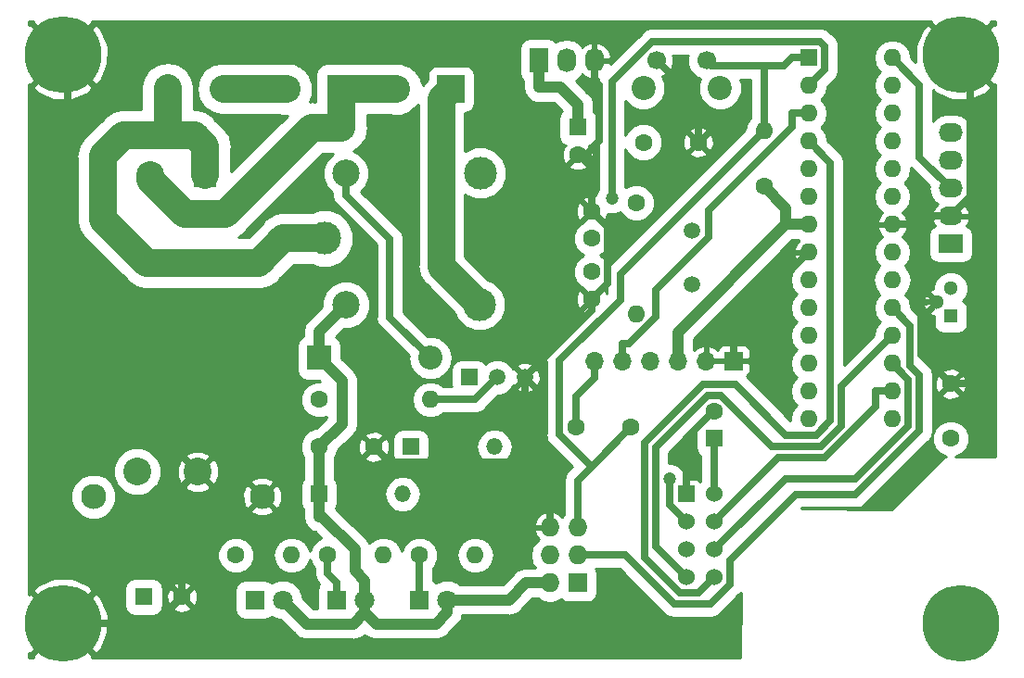
<source format=gbr>
G04 #@! TF.GenerationSoftware,KiCad,Pcbnew,6.0.0-rc1-unknown-dffa399~84~ubuntu16.04.1*
G04 #@! TF.CreationDate,2019-01-11T17:44:13+01:00
G04 #@! TF.ProjectId,atmega328,61746d65-6761-4333-9238-2e6b69636164,1*
G04 #@! TF.SameCoordinates,Original*
G04 #@! TF.FileFunction,Copper,L2,Bot*
G04 #@! TF.FilePolarity,Positive*
%FSLAX46Y46*%
G04 Gerber Fmt 4.6, Leading zero omitted, Abs format (unit mm)*
G04 Created by KiCad (PCBNEW 6.0.0-rc1-unknown-dffa399~84~ubuntu16.04.1) date pią, 11 sty 2019, 17:44:13*
%MOMM*%
%LPD*%
G04 APERTURE LIST*
%ADD10C,0.800000*%
%ADD11C,7.000000*%
%ADD12C,1.600000*%
%ADD13O,1.700000X1.700000*%
%ADD14R,1.700000X1.700000*%
%ADD15C,1.500000*%
%ADD16R,1.600000X1.600000*%
%ADD17R,1.300000X1.300000*%
%ADD18C,1.300000*%
%ADD19C,2.540000*%
%ADD20C,2.300000*%
%ADD21R,2.000000X2.300000*%
%ADD22R,1.500000X1.500000*%
%ADD23R,2.540000X2.540000*%
%ADD24C,1.700000*%
%ADD25C,2.200000*%
%ADD26O,1.727200X1.727200*%
%ADD27R,1.727200X1.727200*%
%ADD28O,1.600000X1.600000*%
%ADD29C,1.800000*%
%ADD30R,1.800000X1.800000*%
%ADD31O,2.200000X1.700000*%
%ADD32R,2.200000X1.700000*%
%ADD33O,1.700000X2.200000*%
%ADD34R,1.700000X2.200000*%
%ADD35C,3.000000*%
%ADD36C,2.500000*%
%ADD37O,2.200000X2.200000*%
%ADD38R,2.200000X2.200000*%
%ADD39C,2.000000*%
%ADD40O,1.500000X1.500000*%
%ADD41C,1.524000*%
%ADD42R,1.524000X1.524000*%
%ADD43C,1.200000*%
%ADD44C,0.700000*%
%ADD45C,0.508000*%
%ADD46C,1.000000*%
%ADD47C,2.500000*%
%ADD48C,0.254000*%
G04 APERTURE END LIST*
D10*
X187856155Y-119143845D03*
X186000000Y-118375000D03*
X184143845Y-119143845D03*
X183375000Y-121000000D03*
X184143845Y-122856155D03*
X186000000Y-123625000D03*
X187856155Y-122856155D03*
X188625000Y-121000000D03*
D11*
X186000000Y-121000000D03*
D10*
X105856155Y-119143845D03*
X104000000Y-118375000D03*
X102143845Y-119143845D03*
X101375000Y-121000000D03*
X102143845Y-122856155D03*
X104000000Y-123625000D03*
X105856155Y-122856155D03*
X106625000Y-121000000D03*
D11*
X104000000Y-121000000D03*
D10*
X187856155Y-67143845D03*
X186000000Y-66375000D03*
X184143845Y-67143845D03*
X183375000Y-69000000D03*
X184143845Y-70856155D03*
X186000000Y-71625000D03*
X187856155Y-70856155D03*
X188625000Y-69000000D03*
D11*
X186000000Y-69000000D03*
D10*
X105856155Y-67143845D03*
X104000000Y-66375000D03*
X102143845Y-67143845D03*
X101375000Y-69000000D03*
X102143845Y-70856155D03*
X104000000Y-71625000D03*
X105856155Y-70856155D03*
X106625000Y-69000000D03*
D11*
X104000000Y-69000000D03*
D12*
X150852000Y-103072000D03*
X155852000Y-103072000D03*
D13*
X152550000Y-97000000D03*
X155090000Y-97000000D03*
X157630000Y-97000000D03*
X160170000Y-97000000D03*
X162710000Y-97000000D03*
D14*
X165250000Y-97000000D03*
D15*
X161476000Y-85120000D03*
X161476000Y-90000000D03*
D12*
X151000000Y-78140000D03*
D16*
X151000000Y-75640000D03*
D12*
X162000000Y-77000000D03*
X157000000Y-77000000D03*
X185062000Y-99088000D03*
X185062000Y-104088000D03*
X163472000Y-101588000D03*
D16*
X163472000Y-104088000D03*
D12*
X132404000Y-104850000D03*
X127404000Y-104850000D03*
X114902000Y-118566000D03*
D16*
X111402000Y-118566000D03*
D17*
X185062000Y-92912000D03*
D18*
X185062000Y-90372000D03*
X183792000Y-91642000D03*
D19*
X116320000Y-107120000D03*
X110770000Y-107120000D03*
X112000000Y-80000000D03*
X107680000Y-80000000D03*
D20*
X106800000Y-109400000D03*
X112000000Y-80000000D03*
D21*
X117000000Y-80000000D03*
D20*
X122200000Y-109400000D03*
D22*
X141120000Y-98500000D03*
D15*
X146200000Y-98500000D03*
X143660000Y-98500000D03*
D19*
X134450000Y-72150000D03*
D23*
X139450000Y-72150000D03*
D19*
X124450000Y-72150000D03*
D23*
X129450000Y-72150000D03*
D24*
X158250000Y-69544000D03*
X162750000Y-69544000D03*
D25*
X157000000Y-72044000D03*
X164000000Y-72044000D03*
D26*
X148460000Y-112216000D03*
X151000000Y-112216000D03*
X148460000Y-114756000D03*
X151000000Y-114756000D03*
X148460000Y-117296000D03*
D27*
X151000000Y-117296000D03*
D28*
X141660000Y-114756000D03*
D12*
X136580000Y-114756000D03*
D28*
X133278000Y-114756000D03*
D12*
X128198000Y-114756000D03*
D28*
X124896000Y-114756000D03*
D12*
X119816000Y-114756000D03*
D29*
X139077000Y-118825000D03*
D30*
X136537000Y-118825000D03*
D29*
X131577000Y-118825000D03*
D30*
X129037000Y-118825000D03*
D29*
X124077000Y-118825000D03*
D30*
X121537000Y-118825000D03*
D31*
X185062000Y-76148000D03*
X185062000Y-78688000D03*
D32*
X185062000Y-86308000D03*
D31*
X185062000Y-83768000D03*
X185062000Y-81228000D03*
D33*
X150000000Y-69544000D03*
D34*
X147460000Y-69544000D03*
D33*
X152540000Y-69544000D03*
D35*
X127912000Y-85800000D03*
D36*
X129862000Y-79850000D03*
D35*
X142112000Y-79800000D03*
X142062000Y-91850000D03*
D36*
X129862000Y-91850000D03*
D37*
X137564000Y-96722000D03*
D38*
X127404000Y-96722000D03*
D39*
X118641000Y-72094000D03*
X113561000Y-72084000D03*
D40*
X143406000Y-104850000D03*
D22*
X135786000Y-104850000D03*
D12*
X152296000Y-83300000D03*
X152296000Y-85800000D03*
X152296000Y-91348000D03*
X152296000Y-88848000D03*
D28*
X168000000Y-75920000D03*
D12*
X168000000Y-81000000D03*
D28*
X156360000Y-92690000D03*
D12*
X156360000Y-82530000D03*
D28*
X137564000Y-100532000D03*
D12*
X127404000Y-100532000D03*
D40*
X135024000Y-109168000D03*
D22*
X127404000Y-109168000D03*
D28*
X179728000Y-69290000D03*
X172108000Y-102310000D03*
X179728000Y-71830000D03*
X172108000Y-99770000D03*
X179728000Y-74370000D03*
X172108000Y-97230000D03*
X179728000Y-76910000D03*
X172108000Y-94690000D03*
X179728000Y-79450000D03*
X172108000Y-92150000D03*
X179728000Y-81990000D03*
X172108000Y-89610000D03*
X179728000Y-84530000D03*
X172108000Y-87070000D03*
X179728000Y-87070000D03*
X172108000Y-84530000D03*
X179728000Y-89610000D03*
X172108000Y-81990000D03*
X179728000Y-92150000D03*
X172108000Y-79450000D03*
X179728000Y-94690000D03*
X172108000Y-76910000D03*
X179728000Y-97230000D03*
X172108000Y-74370000D03*
X179728000Y-99770000D03*
X172108000Y-71830000D03*
X179728000Y-102310000D03*
D16*
X172108000Y-69290000D03*
D41*
X163472000Y-116788000D03*
X160932000Y-116788000D03*
X163472000Y-114248000D03*
X160932000Y-114248000D03*
X163472000Y-111708000D03*
X160932000Y-111708000D03*
X163472000Y-109168000D03*
D42*
X160932000Y-109168000D03*
D43*
X159394700Y-107814100D03*
X154141700Y-82094500D03*
D44*
X104419400Y-71444400D02*
X105431900Y-70431900D01*
X116320000Y-107120000D02*
X104419400Y-95219400D01*
X104419400Y-95219400D02*
X104419400Y-71444400D01*
X104000000Y-71025000D02*
X104419400Y-71444400D01*
X114902000Y-118566000D02*
X114902000Y-108538000D01*
X114902000Y-108538000D02*
X116320000Y-107120000D01*
X179728000Y-84530000D02*
X181228000Y-84530000D01*
X182372000Y-84832300D02*
X181530300Y-84832300D01*
X181530300Y-84832300D02*
X181228000Y-84530000D01*
X182372000Y-84832300D02*
X182372000Y-84658000D01*
X182372000Y-84658000D02*
X183262000Y-83768000D01*
X183262000Y-83768000D02*
X185062000Y-83768000D01*
X182372000Y-91694000D02*
X182372000Y-84832300D01*
X146200000Y-98500000D02*
X152296000Y-92404000D01*
X152296000Y-92404000D02*
X152296000Y-91348000D01*
X146200000Y-98500000D02*
X146200000Y-106266800D01*
X186875800Y-71518900D02*
X186493900Y-71518900D01*
X186493900Y-71518900D02*
X186000000Y-71025000D01*
X187431900Y-70431900D02*
X187431900Y-70962800D01*
X187431900Y-70962800D02*
X186875800Y-71518900D01*
X186875800Y-71518900D02*
X186875800Y-81954200D01*
X186875800Y-81954200D02*
X185062000Y-83768000D01*
X160932000Y-109168000D02*
X160932000Y-104048300D01*
X160932000Y-104048300D02*
X163392300Y-101588000D01*
X163392300Y-101588000D02*
X163472000Y-101588000D01*
X102568100Y-70431900D02*
X101975000Y-69838800D01*
X101975000Y-69838800D02*
X101975000Y-69000000D01*
X102568100Y-122431900D02*
X101975000Y-121838800D01*
X101975000Y-121838800D02*
X101975000Y-121000000D01*
X101975000Y-69000000D02*
X102568100Y-68406900D01*
X102568100Y-68406900D02*
X102568100Y-67568100D01*
X101975000Y-121000000D02*
X102568100Y-120406900D01*
X102568100Y-120406900D02*
X102568100Y-119568100D01*
X158250000Y-69544000D02*
X162000000Y-73294000D01*
X162000000Y-73294000D02*
X162000000Y-77000000D01*
X151747600Y-78140000D02*
X151000000Y-78140000D01*
X152540000Y-71344000D02*
X152996000Y-71800000D01*
X152996000Y-71800000D02*
X152996000Y-76891600D01*
X152996000Y-76891600D02*
X151747600Y-78140000D01*
X151747600Y-78140000D02*
X152296000Y-78688400D01*
X152296000Y-78688400D02*
X152296000Y-83300000D01*
X152296000Y-91348000D02*
X153773300Y-89870700D01*
X153773300Y-89870700D02*
X153773300Y-84777300D01*
X153773300Y-84777300D02*
X152296000Y-83300000D01*
X152540000Y-69544000D02*
X152540000Y-71344000D01*
X114902000Y-118566000D02*
X112468000Y-121000000D01*
X112468000Y-121000000D02*
X106025000Y-121000000D01*
X148460000Y-112216000D02*
X148460000Y-110652400D01*
X146200000Y-106266800D02*
X146200000Y-108392400D01*
X146200000Y-108392400D02*
X148460000Y-110652400D01*
X146200000Y-106266800D02*
X133820800Y-106266800D01*
X133820800Y-106266800D02*
X132404000Y-104850000D01*
X165250000Y-97000000D02*
X165250000Y-93928000D01*
X165250000Y-93928000D02*
X172108000Y-87070000D01*
X106025000Y-121000000D02*
X105431900Y-120406900D01*
X105431900Y-120406900D02*
X105431900Y-119568100D01*
X106025000Y-121000000D02*
X105431900Y-121593100D01*
X105431900Y-121593100D02*
X105431900Y-122431900D01*
X188025000Y-69000000D02*
X187431900Y-69593100D01*
X187431900Y-69593100D02*
X187431900Y-70431900D01*
X188025000Y-69000000D02*
X187431900Y-68406900D01*
X187431900Y-68406900D02*
X187431900Y-67568100D01*
X106025000Y-69000000D02*
X105431900Y-68406900D01*
X105431900Y-68406900D02*
X105431900Y-67568100D01*
X106025000Y-69000000D02*
X105431900Y-69593100D01*
X105431900Y-69593100D02*
X105431900Y-70431900D01*
X185062000Y-99088000D02*
X184262000Y-98288000D01*
X184262000Y-98288000D02*
X184262000Y-98283000D01*
X184262000Y-98283000D02*
X182372000Y-96393000D01*
X182372000Y-96393000D02*
X182372000Y-91694000D01*
D45*
X183792000Y-91642000D02*
X182873000Y-91642000D01*
X182873000Y-91642000D02*
X182821000Y-91694000D01*
X182821000Y-91694000D02*
X182372000Y-91694000D01*
D44*
X185062000Y-99088000D02*
X188567000Y-99088000D01*
X163472000Y-109168000D02*
X163472000Y-104088000D01*
D46*
X127404000Y-96722000D02*
X129509800Y-98827800D01*
X129509800Y-98827800D02*
X129509800Y-102744200D01*
X129509800Y-102744200D02*
X127404000Y-104850000D01*
X127404000Y-96722000D02*
X127404000Y-94308000D01*
X127404000Y-94308000D02*
X129862000Y-91850000D01*
X160170000Y-97000000D02*
X160170000Y-94367700D01*
X160170000Y-94367700D02*
X170007700Y-84530000D01*
X172108000Y-84530000D02*
X170007700Y-84530000D01*
X170007700Y-84530000D02*
X170007700Y-83007700D01*
X170007700Y-83007700D02*
X168000000Y-81000000D01*
X127404000Y-109168000D02*
X127404000Y-111218300D01*
X127404000Y-111218300D02*
X127660300Y-111218300D01*
X127660300Y-111218300D02*
X130687400Y-114245400D01*
X130687400Y-114245400D02*
X130687400Y-116180900D01*
X130687400Y-116180900D02*
X131577000Y-117070500D01*
X131577000Y-117070500D02*
X131577000Y-118825000D01*
X127404000Y-109168000D02*
X127404000Y-104850000D01*
X131577000Y-119988000D02*
X130539600Y-121025400D01*
X130539600Y-121025400D02*
X126277400Y-121025400D01*
X126277400Y-121025400D02*
X124077000Y-118825000D01*
X139077000Y-118825000D02*
X144767100Y-118825000D01*
X144767100Y-118825000D02*
X146296100Y-117296000D01*
X148460000Y-117296000D02*
X146296100Y-117296000D01*
X131577000Y-119988000D02*
X132614400Y-121025400D01*
X132614400Y-121025400D02*
X138039600Y-121025400D01*
X138039600Y-121025400D02*
X139077000Y-119988000D01*
X139077000Y-119988000D02*
X139077000Y-118825000D01*
X131577000Y-119988000D02*
X131577000Y-118825000D01*
X147460000Y-69544000D02*
X147460000Y-71944300D01*
X151000000Y-75640000D02*
X151000000Y-73539700D01*
X147460000Y-71944300D02*
X149404600Y-71944300D01*
X149404600Y-71944300D02*
X151000000Y-73539700D01*
D44*
X133858000Y-93016000D02*
X137564000Y-96722000D01*
X133858000Y-85852000D02*
X133858000Y-93016000D01*
X129862000Y-81856000D02*
X133858000Y-85852000D01*
X129862000Y-79850000D02*
X129862000Y-81856000D01*
D47*
X129450000Y-72150000D02*
X129450000Y-75670300D01*
X129450000Y-75670300D02*
X126743100Y-75670300D01*
X126743100Y-75670300D02*
X118878000Y-83535400D01*
X118878000Y-83535400D02*
X115113400Y-83535400D01*
X115113400Y-83535400D02*
X112000000Y-80422000D01*
X112000000Y-80422000D02*
X112000000Y-80000000D01*
X129450000Y-72150000D02*
X134450000Y-72150000D01*
X113561000Y-72084000D02*
X113561000Y-76401600D01*
X117000000Y-77376000D02*
X117000000Y-80000000D01*
X116025600Y-76401600D02*
X117000000Y-77376000D01*
X113561000Y-76401600D02*
X116025600Y-76401600D01*
X107680000Y-78248000D02*
X107680000Y-80000000D01*
X109526400Y-76401600D02*
X107680000Y-78248000D01*
X113561000Y-76401600D02*
X109526400Y-76401600D01*
X107696000Y-84074000D02*
X107696000Y-80010000D01*
X127912000Y-85800000D02*
X124131000Y-85800000D01*
X121920000Y-88011000D02*
X111633000Y-88011000D01*
X124131000Y-85800000D02*
X121920000Y-88011000D01*
X111633000Y-88011000D02*
X107696000Y-84074000D01*
D44*
X163472000Y-114248000D02*
X169948000Y-107772000D01*
X169948000Y-107772000D02*
X176350900Y-107772000D01*
X176350900Y-107772000D02*
X181181200Y-102941700D01*
X181181200Y-102941700D02*
X181181200Y-98683200D01*
X181181200Y-98683200D02*
X179728000Y-97230000D01*
X151000000Y-114756000D02*
X155342000Y-114756000D01*
X155342000Y-114756000D02*
X159805600Y-119219600D01*
X159805600Y-119219600D02*
X163092200Y-119219600D01*
X163092200Y-119219600D02*
X164884400Y-117427400D01*
X164884400Y-117427400D02*
X164884400Y-115217700D01*
X164884400Y-115217700D02*
X170905100Y-109197000D01*
X170905100Y-109197000D02*
X176370000Y-109197000D01*
X176370000Y-109197000D02*
X182181600Y-103385400D01*
X182181600Y-103385400D02*
X182181600Y-98268900D01*
X182181600Y-98268900D02*
X181371600Y-97458900D01*
X181371600Y-97458900D02*
X181371600Y-93793600D01*
X181371600Y-93793600D02*
X179728000Y-92150000D01*
X160932000Y-116788000D02*
X158108300Y-113964300D01*
X158108300Y-113964300D02*
X158108300Y-104890000D01*
X158108300Y-104890000D02*
X162861900Y-100136400D01*
X162861900Y-100136400D02*
X164075600Y-100136400D01*
X164075600Y-100136400D02*
X168709300Y-104770100D01*
X168709300Y-104770100D02*
X173227900Y-104770100D01*
X173227900Y-104770100D02*
X175074800Y-102923200D01*
X175074800Y-102923200D02*
X175074800Y-99343200D01*
X175074800Y-99343200D02*
X179728000Y-94690000D01*
X182200000Y-78366000D02*
X185062000Y-81228000D01*
X182200000Y-71762000D02*
X182200000Y-78366000D01*
X179728000Y-69290000D02*
X182200000Y-71762000D01*
X137564000Y-100532000D02*
X141628000Y-100532000D01*
X141628000Y-100532000D02*
X143660000Y-98500000D01*
X172108000Y-76910000D02*
X174074400Y-78876400D01*
X174074400Y-78876400D02*
X174074400Y-102451800D01*
X174074400Y-102451800D02*
X172760600Y-103765600D01*
X172760600Y-103765600D02*
X170017500Y-103765600D01*
X170017500Y-103765600D02*
X165386800Y-99134900D01*
X165386800Y-99134900D02*
X162438000Y-99134900D01*
X162438000Y-99134900D02*
X157107900Y-104465000D01*
X157107900Y-104465000D02*
X157107900Y-115000500D01*
X157107900Y-115000500D02*
X160317200Y-118209800D01*
X160317200Y-118209800D02*
X162050200Y-118209800D01*
X162050200Y-118209800D02*
X163472000Y-116788000D01*
X163472000Y-111708000D02*
X169349900Y-105830100D01*
X169349900Y-105830100D02*
X173582600Y-105830100D01*
X173582600Y-105830100D02*
X178228000Y-101184700D01*
X178228000Y-101184700D02*
X178228000Y-99770000D01*
X179728000Y-99770000D02*
X178228000Y-99770000D01*
X160932000Y-111708000D02*
X159394700Y-110170700D01*
X159394700Y-110170700D02*
X159394700Y-107814100D01*
D47*
X118641000Y-72094000D02*
X124394000Y-72094000D01*
D44*
X129037000Y-118825000D02*
X129037000Y-117225000D01*
X129037000Y-117225000D02*
X128198000Y-116386000D01*
X128198000Y-116386000D02*
X128198000Y-114756000D01*
X136537000Y-118825000D02*
X136537000Y-114799000D01*
X136537000Y-114799000D02*
X136580000Y-114756000D01*
X172108000Y-69290000D02*
X170608000Y-69290000D01*
X168000000Y-70041900D02*
X163247900Y-70041900D01*
X163247900Y-70041900D02*
X162750000Y-69544000D01*
X170608000Y-69290000D02*
X169856100Y-70041900D01*
X169856100Y-70041900D02*
X168000000Y-70041900D01*
X168000000Y-70041900D02*
X168000000Y-75920000D01*
X152275300Y-106648700D02*
X151000000Y-107924000D01*
X151000000Y-107924000D02*
X151000000Y-111434200D01*
X155852000Y-103072000D02*
X152275300Y-106648700D01*
X168000000Y-75920000D02*
X154877200Y-89042800D01*
X154877200Y-89042800D02*
X154877200Y-91393900D01*
X154877200Y-91393900D02*
X149350200Y-96920900D01*
X149350200Y-96920900D02*
X149350200Y-103723700D01*
X149350200Y-103723700D02*
X152275300Y-106648700D01*
X151000000Y-112216000D02*
X151000000Y-111434200D01*
X172108000Y-71830000D02*
X173558400Y-70379600D01*
X173558400Y-70379600D02*
X173558400Y-68220700D01*
X173558400Y-68220700D02*
X173154900Y-67817200D01*
X173154900Y-67817200D02*
X157786800Y-67817200D01*
X157786800Y-67817200D02*
X154141800Y-71462200D01*
X154141800Y-71462200D02*
X154141800Y-82094500D01*
X154141800Y-82094500D02*
X154141700Y-82094500D01*
X155090000Y-97000000D02*
X155090000Y-95450000D01*
X172108000Y-74370000D02*
X170608000Y-74370000D01*
X170608000Y-74370000D02*
X170608000Y-75609500D01*
X170608000Y-75609500D02*
X162975200Y-83242300D01*
X162975200Y-83242300D02*
X162975200Y-85708700D01*
X162975200Y-85708700D02*
X158169600Y-90514300D01*
X158169600Y-90514300D02*
X158169600Y-92932300D01*
X158169600Y-92932300D02*
X155651900Y-95450000D01*
X155651900Y-95450000D02*
X155090000Y-95450000D01*
D47*
X138557000Y-73043000D02*
X139450000Y-72150000D01*
X138557000Y-88345000D02*
X138557000Y-73043000D01*
X142062000Y-91850000D02*
X138557000Y-88345000D01*
D44*
X152550000Y-97000000D02*
X152550000Y-98550000D01*
X152550000Y-98550000D02*
X150852000Y-100248000D01*
X150852000Y-100248000D02*
X150852000Y-103072000D01*
D48*
G36*
X101222293Y-66042688D02*
G01*
X104000000Y-68820395D01*
X106777707Y-66042688D01*
X106679111Y-65914000D01*
X183320889Y-65914000D01*
X183222293Y-66042688D01*
X186000000Y-68820395D01*
X188777707Y-66042688D01*
X188679111Y-65914000D01*
X189086000Y-65914000D01*
X189086000Y-66320889D01*
X188957312Y-66222293D01*
X186179605Y-69000000D01*
X188957312Y-71777707D01*
X189086000Y-71679111D01*
X189086001Y-105739000D01*
X185489703Y-105739000D01*
X186018741Y-105519865D01*
X186493865Y-105044741D01*
X186751000Y-104423963D01*
X186751000Y-103752037D01*
X186493865Y-103131259D01*
X186018741Y-102656135D01*
X185397963Y-102399000D01*
X184726037Y-102399000D01*
X184105259Y-102656135D01*
X183630135Y-103131259D01*
X183373000Y-103752037D01*
X183373000Y-104423963D01*
X183630135Y-105044741D01*
X184105259Y-105519865D01*
X184634297Y-105739000D01*
X184554000Y-105739000D01*
X184505399Y-105748667D01*
X184464197Y-105776197D01*
X179676159Y-110564235D01*
X171409877Y-110444434D01*
X171418311Y-110436000D01*
X176247972Y-110436000D01*
X176370000Y-110460273D01*
X176492028Y-110436000D01*
X176492029Y-110436000D01*
X176853434Y-110364112D01*
X177263269Y-110090269D01*
X177332396Y-109986813D01*
X182971419Y-104347792D01*
X183074869Y-104278669D01*
X183274246Y-103980281D01*
X183348712Y-103868834D01*
X183402955Y-103596136D01*
X183420600Y-103507429D01*
X183420600Y-103507428D01*
X183444873Y-103385400D01*
X183420600Y-103263372D01*
X183420600Y-100095745D01*
X184233861Y-100095745D01*
X184307995Y-100341864D01*
X184845223Y-100534965D01*
X185415454Y-100507778D01*
X185816005Y-100341864D01*
X185890139Y-100095745D01*
X185062000Y-99267605D01*
X184233861Y-100095745D01*
X183420600Y-100095745D01*
X183420600Y-98871223D01*
X183615035Y-98871223D01*
X183642222Y-99441454D01*
X183808136Y-99842005D01*
X184054255Y-99916139D01*
X184882395Y-99088000D01*
X185241605Y-99088000D01*
X186069745Y-99916139D01*
X186315864Y-99842005D01*
X186508965Y-99304777D01*
X186481778Y-98734546D01*
X186315864Y-98333995D01*
X186069745Y-98259861D01*
X185241605Y-99088000D01*
X184882395Y-99088000D01*
X184054255Y-98259861D01*
X183808136Y-98333995D01*
X183615035Y-98871223D01*
X183420600Y-98871223D01*
X183420600Y-98390928D01*
X183444873Y-98268900D01*
X183407350Y-98080255D01*
X184233861Y-98080255D01*
X185062000Y-98908395D01*
X185890139Y-98080255D01*
X185816005Y-97834136D01*
X185278777Y-97641035D01*
X184708546Y-97668222D01*
X184307995Y-97834136D01*
X184233861Y-98080255D01*
X183407350Y-98080255D01*
X183404627Y-98066567D01*
X183348712Y-97785466D01*
X183074869Y-97375631D01*
X182971415Y-97306505D01*
X182610600Y-96945691D01*
X182610600Y-93915623D01*
X182634872Y-93793599D01*
X182610600Y-93671576D01*
X182610600Y-93671571D01*
X182538712Y-93310166D01*
X182264869Y-92900331D01*
X182161418Y-92831207D01*
X181442610Y-92112400D01*
X181319003Y-91490985D01*
X181299020Y-91461078D01*
X182494378Y-91461078D01*
X182523917Y-91971428D01*
X182662389Y-92305729D01*
X182892984Y-92361410D01*
X183612395Y-91642000D01*
X182892984Y-90922590D01*
X182662389Y-90978271D01*
X182494378Y-91461078D01*
X181299020Y-91461078D01*
X180945701Y-90932299D01*
X180901629Y-90902851D01*
X180973097Y-90855097D01*
X181048008Y-90742984D01*
X183072590Y-90742984D01*
X183792000Y-91462395D01*
X183806143Y-91448253D01*
X183895688Y-91537798D01*
X183771067Y-91621067D01*
X183574581Y-91915130D01*
X183543818Y-92069788D01*
X183072590Y-92541016D01*
X183128271Y-92771611D01*
X183505584Y-92902911D01*
X183505584Y-93562000D01*
X183574581Y-93908870D01*
X183771067Y-94202933D01*
X184065130Y-94399419D01*
X184412000Y-94468416D01*
X185712000Y-94468416D01*
X186058870Y-94399419D01*
X186352933Y-94202933D01*
X186549419Y-93908870D01*
X186618416Y-93562000D01*
X186618416Y-92262000D01*
X186549419Y-91915130D01*
X186352933Y-91621067D01*
X186167230Y-91496985D01*
X186398916Y-91265299D01*
X186639000Y-90685685D01*
X186639000Y-90058315D01*
X186398916Y-89478701D01*
X185955299Y-89035084D01*
X185375685Y-88795000D01*
X184748315Y-88795000D01*
X184168701Y-89035084D01*
X183725084Y-89478701D01*
X183485000Y-90058315D01*
X183485000Y-90372619D01*
X183462572Y-90373917D01*
X183128271Y-90512389D01*
X183072590Y-90742984D01*
X181048008Y-90742984D01*
X181354798Y-90283842D01*
X181488833Y-89610000D01*
X181354798Y-88936158D01*
X180973097Y-88364903D01*
X180901629Y-88317149D01*
X180945701Y-88287701D01*
X181319003Y-87729015D01*
X181450089Y-87070000D01*
X181319003Y-86410985D01*
X180945701Y-85852299D01*
X180623961Y-85637319D01*
X180786401Y-85458000D01*
X183055584Y-85458000D01*
X183055584Y-87158000D01*
X183124581Y-87504870D01*
X183321067Y-87798933D01*
X183615130Y-87995419D01*
X183962000Y-88064416D01*
X186162000Y-88064416D01*
X186508870Y-87995419D01*
X186802933Y-87798933D01*
X186999419Y-87504870D01*
X187068416Y-87158000D01*
X187068416Y-85458000D01*
X186999419Y-85111130D01*
X186802933Y-84817067D01*
X186513146Y-84623438D01*
X186732352Y-84235491D01*
X186753476Y-84124890D01*
X186632155Y-83895000D01*
X185189000Y-83895000D01*
X185189000Y-83915000D01*
X184935000Y-83915000D01*
X184935000Y-83895000D01*
X183491845Y-83895000D01*
X183370524Y-84124890D01*
X183391648Y-84235491D01*
X183610854Y-84623438D01*
X183321067Y-84817067D01*
X183124581Y-85111130D01*
X183055584Y-85458000D01*
X180786401Y-85458000D01*
X180959041Y-85267423D01*
X181119904Y-84879039D01*
X180997915Y-84657000D01*
X179855000Y-84657000D01*
X179855000Y-84677000D01*
X179601000Y-84677000D01*
X179601000Y-84657000D01*
X178458085Y-84657000D01*
X178336096Y-84879039D01*
X178496959Y-85267423D01*
X178832039Y-85637319D01*
X178510299Y-85852299D01*
X178136997Y-86410985D01*
X178005911Y-87070000D01*
X178136997Y-87729015D01*
X178510299Y-88287701D01*
X178554371Y-88317149D01*
X178482903Y-88364903D01*
X178101202Y-88936158D01*
X177967167Y-89610000D01*
X178101202Y-90283842D01*
X178482903Y-90855097D01*
X178554371Y-90902851D01*
X178510299Y-90932299D01*
X178136997Y-91490985D01*
X178005911Y-92150000D01*
X178136997Y-92809015D01*
X178510299Y-93367701D01*
X178588570Y-93420000D01*
X178510299Y-93472299D01*
X178136997Y-94030985D01*
X178013390Y-94652399D01*
X175313400Y-97352391D01*
X175313400Y-78998428D01*
X175337673Y-78876400D01*
X175307956Y-78727000D01*
X175241512Y-78392966D01*
X174967669Y-77983131D01*
X174864219Y-77914008D01*
X173822610Y-76872400D01*
X173699003Y-76250985D01*
X173325701Y-75692299D01*
X173247430Y-75640000D01*
X173325701Y-75587701D01*
X173699003Y-75029015D01*
X173830089Y-74370000D01*
X173699003Y-73710985D01*
X173325701Y-73152299D01*
X173247430Y-73100000D01*
X173325701Y-73047701D01*
X173699003Y-72489015D01*
X173822610Y-71867600D01*
X174348219Y-71341992D01*
X174451669Y-71272869D01*
X174725512Y-70863034D01*
X174797400Y-70501629D01*
X174797400Y-70501626D01*
X174821672Y-70379601D01*
X174797400Y-70257576D01*
X174797400Y-69290000D01*
X178005911Y-69290000D01*
X178136997Y-69949015D01*
X178510299Y-70507701D01*
X178588570Y-70560000D01*
X178510299Y-70612299D01*
X178136997Y-71170985D01*
X178005911Y-71830000D01*
X178136997Y-72489015D01*
X178510299Y-73047701D01*
X178588570Y-73100000D01*
X178510299Y-73152299D01*
X178136997Y-73710985D01*
X178005911Y-74370000D01*
X178136997Y-75029015D01*
X178510299Y-75587701D01*
X178588570Y-75640000D01*
X178510299Y-75692299D01*
X178136997Y-76250985D01*
X178005911Y-76910000D01*
X178136997Y-77569015D01*
X178510299Y-78127701D01*
X178588570Y-78180000D01*
X178510299Y-78232299D01*
X178136997Y-78790985D01*
X178005911Y-79450000D01*
X178136997Y-80109015D01*
X178510299Y-80667701D01*
X178588570Y-80720000D01*
X178510299Y-80772299D01*
X178136997Y-81330985D01*
X178005911Y-81990000D01*
X178136997Y-82649015D01*
X178510299Y-83207701D01*
X178832039Y-83422681D01*
X178496959Y-83792577D01*
X178336096Y-84180961D01*
X178458085Y-84403000D01*
X179601000Y-84403000D01*
X179601000Y-84383000D01*
X179855000Y-84383000D01*
X179855000Y-84403000D01*
X180997915Y-84403000D01*
X181119904Y-84180961D01*
X180959041Y-83792577D01*
X180623961Y-83422681D01*
X180945701Y-83207701D01*
X181319003Y-82649015D01*
X181450089Y-81990000D01*
X181319003Y-81330985D01*
X180945701Y-80772299D01*
X180867430Y-80720000D01*
X180945701Y-80667701D01*
X181319003Y-80109015D01*
X181450089Y-79450000D01*
X181429802Y-79348011D01*
X183083870Y-81002079D01*
X183038931Y-81228000D01*
X183173898Y-81906524D01*
X183558251Y-82481749D01*
X183837484Y-82668326D01*
X183678667Y-82792549D01*
X183391648Y-83300509D01*
X183370524Y-83411110D01*
X183491845Y-83641000D01*
X184935000Y-83641000D01*
X184935000Y-83621000D01*
X185189000Y-83621000D01*
X185189000Y-83641000D01*
X186632155Y-83641000D01*
X186753476Y-83411110D01*
X186732352Y-83300509D01*
X186445333Y-82792549D01*
X186286516Y-82668326D01*
X186565749Y-82481749D01*
X186950102Y-81906524D01*
X187085069Y-81228000D01*
X186950102Y-80549476D01*
X186565749Y-79974251D01*
X186541428Y-79958000D01*
X186565749Y-79941749D01*
X186950102Y-79366524D01*
X187085069Y-78688000D01*
X186950102Y-78009476D01*
X186565749Y-77434251D01*
X186541428Y-77418000D01*
X186565749Y-77401749D01*
X186950102Y-76826524D01*
X187085069Y-76148000D01*
X186950102Y-75469476D01*
X186565749Y-74894251D01*
X185990524Y-74509898D01*
X185483276Y-74409000D01*
X184640724Y-74409000D01*
X184133476Y-74509898D01*
X183558251Y-74894251D01*
X183439000Y-75072723D01*
X183439000Y-72240160D01*
X183625762Y-72483924D01*
X185139730Y-73127307D01*
X186784666Y-73142346D01*
X188310145Y-72526750D01*
X188374238Y-72483924D01*
X188777707Y-71957312D01*
X186000000Y-69179605D01*
X185985858Y-69193748D01*
X185806253Y-69014143D01*
X185820395Y-69000000D01*
X183042688Y-66222293D01*
X182516076Y-66625762D01*
X181872693Y-68139730D01*
X181858716Y-69668506D01*
X181442610Y-69252401D01*
X181319003Y-68630985D01*
X180945701Y-68072299D01*
X180387015Y-67698997D01*
X179894350Y-67601000D01*
X179561650Y-67601000D01*
X179068985Y-67698997D01*
X178510299Y-68072299D01*
X178136997Y-68630985D01*
X178005911Y-69290000D01*
X174797400Y-69290000D01*
X174797400Y-68342728D01*
X174821673Y-68220699D01*
X174774821Y-67985158D01*
X174725512Y-67737266D01*
X174451669Y-67327431D01*
X174348213Y-67258304D01*
X174117296Y-67027387D01*
X174048169Y-66923931D01*
X173638334Y-66650088D01*
X173276929Y-66578200D01*
X173276928Y-66578200D01*
X173154900Y-66553927D01*
X173032872Y-66578200D01*
X157908823Y-66578200D01*
X157786799Y-66553928D01*
X157664776Y-66578200D01*
X157664771Y-66578200D01*
X157303366Y-66650088D01*
X156893531Y-66923931D01*
X156824408Y-67027382D01*
X153996725Y-69855065D01*
X153871491Y-69671000D01*
X152667000Y-69671000D01*
X152667000Y-71114155D01*
X152896890Y-71235476D01*
X152924681Y-71230168D01*
X152878527Y-71462200D01*
X152902800Y-71584228D01*
X152902801Y-81227635D01*
X152879387Y-81251049D01*
X152652700Y-81798320D01*
X152652700Y-81903329D01*
X152512777Y-81853035D01*
X151942546Y-81880222D01*
X151541995Y-82046136D01*
X151467861Y-82292255D01*
X152296000Y-83120395D01*
X152310142Y-83106252D01*
X152489748Y-83285858D01*
X152475605Y-83300000D01*
X153303745Y-84128139D01*
X153549864Y-84054005D01*
X153735380Y-83537879D01*
X153845520Y-83583500D01*
X154437880Y-83583500D01*
X154890548Y-83395999D01*
X154928135Y-83486741D01*
X155403259Y-83961865D01*
X156024037Y-84219000D01*
X156695963Y-84219000D01*
X157316741Y-83961865D01*
X157791865Y-83486741D01*
X158049000Y-82865963D01*
X158049000Y-82194037D01*
X157791865Y-81573259D01*
X157316741Y-81098135D01*
X156695963Y-80841000D01*
X156024037Y-80841000D01*
X155403259Y-81098135D01*
X155380800Y-81120594D01*
X155380800Y-77603774D01*
X155535920Y-77978267D01*
X156021733Y-78464080D01*
X156656478Y-78727000D01*
X157343522Y-78727000D01*
X157978267Y-78464080D01*
X158434602Y-78007745D01*
X161171861Y-78007745D01*
X161245995Y-78253864D01*
X161783223Y-78446965D01*
X162353454Y-78419778D01*
X162754005Y-78253864D01*
X162828139Y-78007745D01*
X162000000Y-77179605D01*
X161171861Y-78007745D01*
X158434602Y-78007745D01*
X158464080Y-77978267D01*
X158727000Y-77343522D01*
X158727000Y-76783223D01*
X160553035Y-76783223D01*
X160580222Y-77353454D01*
X160746136Y-77754005D01*
X160992255Y-77828139D01*
X161820395Y-77000000D01*
X162179605Y-77000000D01*
X163007745Y-77828139D01*
X163253864Y-77754005D01*
X163446965Y-77216777D01*
X163419778Y-76646546D01*
X163253864Y-76245995D01*
X163007745Y-76171861D01*
X162179605Y-77000000D01*
X161820395Y-77000000D01*
X160992255Y-76171861D01*
X160746136Y-76245995D01*
X160553035Y-76783223D01*
X158727000Y-76783223D01*
X158727000Y-76656478D01*
X158464080Y-76021733D01*
X158434602Y-75992255D01*
X161171861Y-75992255D01*
X162000000Y-76820395D01*
X162828139Y-75992255D01*
X162754005Y-75746136D01*
X162216777Y-75553035D01*
X161646546Y-75580222D01*
X161245995Y-75746136D01*
X161171861Y-75992255D01*
X158434602Y-75992255D01*
X157978267Y-75535920D01*
X157343522Y-75273000D01*
X156656478Y-75273000D01*
X156021733Y-75535920D01*
X155535920Y-76021733D01*
X155380800Y-76396226D01*
X155380800Y-73237671D01*
X155873322Y-73730193D01*
X156604363Y-74033000D01*
X157395637Y-74033000D01*
X158126678Y-73730193D01*
X158686193Y-73170678D01*
X158989000Y-72439637D01*
X158989000Y-71648363D01*
X158709540Y-70973688D01*
X159034080Y-70839259D01*
X159114353Y-70587958D01*
X158250000Y-69723605D01*
X158235858Y-69737748D01*
X158056253Y-69558143D01*
X158070395Y-69544000D01*
X158056253Y-69529858D01*
X158235858Y-69350253D01*
X158250000Y-69364395D01*
X158264143Y-69350253D01*
X158443748Y-69529858D01*
X158429605Y-69544000D01*
X159293958Y-70408353D01*
X159545259Y-70328080D01*
X159746718Y-69772721D01*
X159720315Y-69182542D01*
X159667982Y-69056200D01*
X161069773Y-69056200D01*
X161011000Y-69198091D01*
X161011000Y-69889909D01*
X161275747Y-70529064D01*
X161764936Y-71018253D01*
X162197742Y-71197527D01*
X162011000Y-71648363D01*
X162011000Y-72439637D01*
X162313807Y-73170678D01*
X162873322Y-73730193D01*
X163604363Y-74033000D01*
X164395637Y-74033000D01*
X165126678Y-73730193D01*
X165686193Y-73170678D01*
X165989000Y-72439637D01*
X165989000Y-71648363D01*
X165836792Y-71280900D01*
X166761000Y-71280900D01*
X166761001Y-74734174D01*
X166408997Y-75260985D01*
X166285390Y-75882399D01*
X154087387Y-88080404D01*
X153983931Y-88149531D01*
X153891898Y-88287269D01*
X153727865Y-87891259D01*
X153252741Y-87416135D01*
X153030308Y-87324000D01*
X153252741Y-87231865D01*
X153727865Y-86756741D01*
X153985000Y-86135963D01*
X153985000Y-85464037D01*
X153727865Y-84843259D01*
X153252741Y-84368135D01*
X153122232Y-84314076D01*
X153124139Y-84307745D01*
X152296000Y-83479605D01*
X151467861Y-84307745D01*
X151469768Y-84314076D01*
X151339259Y-84368135D01*
X150864135Y-84843259D01*
X150607000Y-85464037D01*
X150607000Y-86135963D01*
X150864135Y-86756741D01*
X151339259Y-87231865D01*
X151561692Y-87324000D01*
X151339259Y-87416135D01*
X150864135Y-87891259D01*
X150607000Y-88512037D01*
X150607000Y-89183963D01*
X150864135Y-89804741D01*
X151339259Y-90279865D01*
X151469768Y-90333924D01*
X151467861Y-90340255D01*
X152296000Y-91168395D01*
X153124139Y-90340255D01*
X153122232Y-90333924D01*
X153252741Y-90279865D01*
X153638200Y-89894406D01*
X153638201Y-90807258D01*
X153549864Y-90593995D01*
X153303745Y-90519861D01*
X152475605Y-91348000D01*
X152489748Y-91362143D01*
X152310143Y-91541748D01*
X152296000Y-91527605D01*
X151467861Y-92355745D01*
X151541995Y-92601864D01*
X151817867Y-92701023D01*
X148560387Y-95958504D01*
X148456931Y-96027631D01*
X148199843Y-96412392D01*
X148183088Y-96437467D01*
X148086927Y-96920900D01*
X148111200Y-97042929D01*
X148111201Y-103601677D01*
X148086927Y-103723721D01*
X148145757Y-104019452D01*
X148183089Y-104207134D01*
X148183094Y-104207141D01*
X148183096Y-104207153D01*
X148333453Y-104432170D01*
X148456932Y-104616969D01*
X148560391Y-104686098D01*
X150523075Y-106648715D01*
X150210187Y-106961604D01*
X150106731Y-107030731D01*
X149834257Y-107438518D01*
X149832888Y-107440567D01*
X149736727Y-107924000D01*
X149761000Y-108046029D01*
X149761001Y-110936039D01*
X149736446Y-110952446D01*
X149550592Y-111230597D01*
X149348490Y-111009179D01*
X148819027Y-110761032D01*
X148587000Y-110881531D01*
X148587000Y-112089000D01*
X148607000Y-112089000D01*
X148607000Y-112343000D01*
X148587000Y-112343000D01*
X148587000Y-112363000D01*
X148333000Y-112363000D01*
X148333000Y-112343000D01*
X147126183Y-112343000D01*
X147005042Y-112575026D01*
X147177312Y-112990947D01*
X147468897Y-113310400D01*
X147196446Y-113492446D01*
X146809087Y-114072170D01*
X146673065Y-114756000D01*
X146809087Y-115439830D01*
X147095849Y-115869000D01*
X146436640Y-115869000D01*
X146296100Y-115841045D01*
X146155560Y-115869000D01*
X146155556Y-115869000D01*
X145739312Y-115951796D01*
X145573972Y-116062273D01*
X145386438Y-116187579D01*
X145386437Y-116187580D01*
X145267291Y-116267191D01*
X145187680Y-116386338D01*
X144176018Y-117398000D01*
X140233768Y-117398000D01*
X140111912Y-117276144D01*
X139440413Y-116998000D01*
X138713587Y-116998000D01*
X138056896Y-117270010D01*
X137783870Y-117087581D01*
X137776000Y-117086016D01*
X137776000Y-115948606D01*
X138011865Y-115712741D01*
X138269000Y-115091963D01*
X138269000Y-114756000D01*
X139937911Y-114756000D01*
X140068997Y-115415015D01*
X140442299Y-115973701D01*
X141000985Y-116347003D01*
X141493650Y-116445000D01*
X141826350Y-116445000D01*
X142319015Y-116347003D01*
X142877701Y-115973701D01*
X143251003Y-115415015D01*
X143382089Y-114756000D01*
X143251003Y-114096985D01*
X142877701Y-113538299D01*
X142319015Y-113164997D01*
X141826350Y-113067000D01*
X141493650Y-113067000D01*
X141000985Y-113164997D01*
X140442299Y-113538299D01*
X140068997Y-114096985D01*
X139937911Y-114756000D01*
X138269000Y-114756000D01*
X138269000Y-114420037D01*
X138011865Y-113799259D01*
X137536741Y-113324135D01*
X136915963Y-113067000D01*
X136244037Y-113067000D01*
X135623259Y-113324135D01*
X135148135Y-113799259D01*
X134919551Y-114351108D01*
X134869003Y-114096985D01*
X134495701Y-113538299D01*
X133937015Y-113164997D01*
X133444350Y-113067000D01*
X133111650Y-113067000D01*
X132618985Y-113164997D01*
X132060299Y-113538299D01*
X131995733Y-113634928D01*
X131993702Y-113631888D01*
X131795821Y-113335738D01*
X131795818Y-113335735D01*
X131716208Y-113216591D01*
X131597065Y-113136982D01*
X130317057Y-111856974D01*
X147005042Y-111856974D01*
X147126183Y-112089000D01*
X148333000Y-112089000D01*
X148333000Y-110881531D01*
X148100973Y-110761032D01*
X147571510Y-111009179D01*
X147177312Y-111441053D01*
X147005042Y-111856974D01*
X130317057Y-111856974D01*
X128912084Y-110452003D01*
X129027215Y-110279697D01*
X129099161Y-109918000D01*
X129099161Y-109168000D01*
X133352891Y-109168000D01*
X133480097Y-109807506D01*
X133842347Y-110349653D01*
X134384494Y-110711903D01*
X134862578Y-110807000D01*
X135185422Y-110807000D01*
X135663506Y-110711903D01*
X136205653Y-110349653D01*
X136567903Y-109807506D01*
X136695109Y-109168000D01*
X136567903Y-108528494D01*
X136205653Y-107986347D01*
X135663506Y-107624097D01*
X135185422Y-107529000D01*
X134862578Y-107529000D01*
X134384494Y-107624097D01*
X133842347Y-107986347D01*
X133480097Y-108528494D01*
X133352891Y-109168000D01*
X129099161Y-109168000D01*
X129099161Y-108418000D01*
X129027215Y-108056303D01*
X128831000Y-107762646D01*
X128831000Y-105865347D01*
X128838602Y-105857745D01*
X131575861Y-105857745D01*
X131649995Y-106103864D01*
X132187223Y-106296965D01*
X132757454Y-106269778D01*
X133158005Y-106103864D01*
X133232139Y-105857745D01*
X132404000Y-105029605D01*
X131575861Y-105857745D01*
X128838602Y-105857745D01*
X128868080Y-105828267D01*
X129131000Y-105193522D01*
X129131000Y-105141082D01*
X129638859Y-104633223D01*
X130957035Y-104633223D01*
X130984222Y-105203454D01*
X131150136Y-105604005D01*
X131396255Y-105678139D01*
X132224395Y-104850000D01*
X132583605Y-104850000D01*
X133411745Y-105678139D01*
X133657864Y-105604005D01*
X133850965Y-105066777D01*
X133823778Y-104496546D01*
X133659523Y-104100000D01*
X134129584Y-104100000D01*
X134129584Y-105600000D01*
X134198581Y-105946870D01*
X134395067Y-106240933D01*
X134689130Y-106437419D01*
X135036000Y-106506416D01*
X136536000Y-106506416D01*
X136882870Y-106437419D01*
X137176933Y-106240933D01*
X137373419Y-105946870D01*
X137442416Y-105600000D01*
X137442416Y-104850000D01*
X141734891Y-104850000D01*
X141862097Y-105489506D01*
X142224347Y-106031653D01*
X142766494Y-106393903D01*
X143244578Y-106489000D01*
X143567422Y-106489000D01*
X144045506Y-106393903D01*
X144587653Y-106031653D01*
X144949903Y-105489506D01*
X145077109Y-104850000D01*
X144949903Y-104210494D01*
X144587653Y-103668347D01*
X144045506Y-103306097D01*
X143567422Y-103211000D01*
X143244578Y-103211000D01*
X142766494Y-103306097D01*
X142224347Y-103668347D01*
X141862097Y-104210494D01*
X141734891Y-104850000D01*
X137442416Y-104850000D01*
X137442416Y-104100000D01*
X137373419Y-103753130D01*
X137176933Y-103459067D01*
X136882870Y-103262581D01*
X136536000Y-103193584D01*
X135036000Y-103193584D01*
X134689130Y-103262581D01*
X134395067Y-103459067D01*
X134198581Y-103753130D01*
X134129584Y-104100000D01*
X133659523Y-104100000D01*
X133657864Y-104095995D01*
X133411745Y-104021861D01*
X132583605Y-104850000D01*
X132224395Y-104850000D01*
X131396255Y-104021861D01*
X131150136Y-104095995D01*
X130957035Y-104633223D01*
X129638859Y-104633223D01*
X130419463Y-103852620D01*
X130434975Y-103842255D01*
X131575861Y-103842255D01*
X132404000Y-104670395D01*
X133232139Y-103842255D01*
X133158005Y-103596136D01*
X132620777Y-103403035D01*
X132050546Y-103430222D01*
X131649995Y-103596136D01*
X131575861Y-103842255D01*
X130434975Y-103842255D01*
X130538609Y-103773009D01*
X130651160Y-103604566D01*
X130854004Y-103300988D01*
X130889408Y-103123000D01*
X130936800Y-102884744D01*
X130936800Y-102884741D01*
X130964755Y-102744200D01*
X130936800Y-102603660D01*
X130936800Y-100532000D01*
X135841911Y-100532000D01*
X135972997Y-101191015D01*
X136346299Y-101749701D01*
X136904985Y-102123003D01*
X137397650Y-102221000D01*
X137730350Y-102221000D01*
X138223015Y-102123003D01*
X138749825Y-101771000D01*
X141505972Y-101771000D01*
X141628000Y-101795273D01*
X141750028Y-101771000D01*
X141750029Y-101771000D01*
X142111434Y-101699112D01*
X142521269Y-101425269D01*
X142590396Y-101321813D01*
X143773210Y-100139000D01*
X143986017Y-100139000D01*
X144588419Y-99889477D01*
X145006379Y-99471517D01*
X145408088Y-99471517D01*
X145476077Y-99712460D01*
X145995171Y-99897201D01*
X146545448Y-99869230D01*
X146923923Y-99712460D01*
X146991912Y-99471517D01*
X146200000Y-98679605D01*
X145408088Y-99471517D01*
X145006379Y-99471517D01*
X145049477Y-99428419D01*
X145118836Y-99260972D01*
X145228483Y-99291912D01*
X146020395Y-98500000D01*
X146379605Y-98500000D01*
X147171517Y-99291912D01*
X147412460Y-99223923D01*
X147597201Y-98704829D01*
X147569230Y-98154552D01*
X147412460Y-97776077D01*
X147171517Y-97708088D01*
X146379605Y-98500000D01*
X146020395Y-98500000D01*
X145228483Y-97708088D01*
X145118836Y-97739028D01*
X145049477Y-97571581D01*
X145006379Y-97528483D01*
X145408088Y-97528483D01*
X146200000Y-98320395D01*
X146991912Y-97528483D01*
X146923923Y-97287540D01*
X146404829Y-97102799D01*
X145854552Y-97130770D01*
X145476077Y-97287540D01*
X145408088Y-97528483D01*
X145006379Y-97528483D01*
X144588419Y-97110523D01*
X143986017Y-96861000D01*
X143333983Y-96861000D01*
X142731581Y-97110523D01*
X142599895Y-97242209D01*
X142510933Y-97109067D01*
X142216870Y-96912581D01*
X141870000Y-96843584D01*
X140370000Y-96843584D01*
X140023130Y-96912581D01*
X139729067Y-97109067D01*
X139532581Y-97403130D01*
X139463584Y-97750000D01*
X139463584Y-99250000D01*
X139472137Y-99293000D01*
X138749825Y-99293000D01*
X138223015Y-98940997D01*
X137730350Y-98843000D01*
X137397650Y-98843000D01*
X136904985Y-98940997D01*
X136346299Y-99314299D01*
X135972997Y-99872985D01*
X135841911Y-100532000D01*
X130936800Y-100532000D01*
X130936800Y-98968340D01*
X130964755Y-98827800D01*
X130936800Y-98687257D01*
X130936800Y-98687256D01*
X130854004Y-98271012D01*
X130795662Y-98183697D01*
X130618221Y-97918138D01*
X130618218Y-97918135D01*
X130538608Y-97798991D01*
X130419465Y-97719382D01*
X129449161Y-96749079D01*
X129449161Y-95622000D01*
X129377215Y-95260303D01*
X129172330Y-94953670D01*
X128934994Y-94795088D01*
X129703082Y-94027000D01*
X130295032Y-94027000D01*
X131095171Y-93695572D01*
X131707572Y-93083171D01*
X132039000Y-92283032D01*
X132039000Y-91416968D01*
X131707572Y-90616829D01*
X131095171Y-90004428D01*
X130295032Y-89673000D01*
X129428968Y-89673000D01*
X128628829Y-90004428D01*
X128016428Y-90616829D01*
X127685000Y-91416968D01*
X127685000Y-92008918D01*
X126494340Y-93199578D01*
X126375192Y-93279191D01*
X126246161Y-93472299D01*
X126059796Y-93751213D01*
X125949045Y-94308000D01*
X125977001Y-94448545D01*
X125977001Y-94741883D01*
X125942303Y-94748785D01*
X125635670Y-94953670D01*
X125430785Y-95260303D01*
X125358839Y-95622000D01*
X125358839Y-97822000D01*
X125430785Y-98183697D01*
X125635670Y-98490330D01*
X125942303Y-98695215D01*
X126304000Y-98767161D01*
X127431079Y-98767161D01*
X127506918Y-98843000D01*
X127068037Y-98843000D01*
X126447259Y-99100135D01*
X125972135Y-99575259D01*
X125715000Y-100196037D01*
X125715000Y-100867963D01*
X125972135Y-101488741D01*
X126447259Y-101963865D01*
X127068037Y-102221000D01*
X127739963Y-102221000D01*
X128082801Y-102078992D01*
X128082801Y-102153117D01*
X127112918Y-103123000D01*
X127060478Y-103123000D01*
X126425733Y-103385920D01*
X125939920Y-103871733D01*
X125677000Y-104506478D01*
X125677000Y-105193522D01*
X125939920Y-105828267D01*
X125977001Y-105865348D01*
X125977000Y-107762645D01*
X125780785Y-108056303D01*
X125708839Y-108418000D01*
X125708839Y-109918000D01*
X125780785Y-110279697D01*
X125977001Y-110573355D01*
X125977001Y-111077751D01*
X125949044Y-111218300D01*
X126059796Y-111775088D01*
X126375191Y-112247109D01*
X126847212Y-112562504D01*
X127020989Y-112597070D01*
X127599617Y-113175698D01*
X127241259Y-113324135D01*
X126766135Y-113799259D01*
X126537551Y-114351108D01*
X126487003Y-114096985D01*
X126113701Y-113538299D01*
X125555015Y-113164997D01*
X125062350Y-113067000D01*
X124729650Y-113067000D01*
X124236985Y-113164997D01*
X123678299Y-113538299D01*
X123304997Y-114096985D01*
X123173911Y-114756000D01*
X123304997Y-115415015D01*
X123678299Y-115973701D01*
X124236985Y-116347003D01*
X124729650Y-116445000D01*
X125062350Y-116445000D01*
X125555015Y-116347003D01*
X126113701Y-115973701D01*
X126487003Y-115415015D01*
X126537551Y-115160892D01*
X126766135Y-115712741D01*
X126959000Y-115905606D01*
X126959000Y-116263972D01*
X126934727Y-116386000D01*
X126959000Y-116508028D01*
X127030888Y-116869433D01*
X127304731Y-117279269D01*
X127408187Y-117348396D01*
X127435101Y-117375310D01*
X127299581Y-117578130D01*
X127230584Y-117925000D01*
X127230584Y-119598400D01*
X126868483Y-119598400D01*
X125904000Y-118633918D01*
X125904000Y-118461587D01*
X125625856Y-117790088D01*
X125111912Y-117276144D01*
X124440413Y-116998000D01*
X123713587Y-116998000D01*
X123056896Y-117270010D01*
X122783870Y-117087581D01*
X122437000Y-117018584D01*
X120637000Y-117018584D01*
X120290130Y-117087581D01*
X119996067Y-117284067D01*
X119799581Y-117578130D01*
X119730584Y-117925000D01*
X119730584Y-119725000D01*
X119799581Y-120071870D01*
X119996067Y-120365933D01*
X120290130Y-120562419D01*
X120637000Y-120631416D01*
X122437000Y-120631416D01*
X122783870Y-120562419D01*
X123056896Y-120379990D01*
X123713587Y-120652000D01*
X123885918Y-120652000D01*
X125168980Y-121935063D01*
X125248591Y-122054209D01*
X125367737Y-122133820D01*
X125367738Y-122133821D01*
X125490275Y-122215698D01*
X125720612Y-122369604D01*
X126136856Y-122452400D01*
X126136860Y-122452400D01*
X126277400Y-122480355D01*
X126417940Y-122452400D01*
X130399060Y-122452400D01*
X130539600Y-122480355D01*
X130680140Y-122452400D01*
X130680144Y-122452400D01*
X131096388Y-122369604D01*
X131568409Y-122054209D01*
X131577000Y-122041352D01*
X131585591Y-122054209D01*
X132057612Y-122369604D01*
X132473856Y-122452400D01*
X132473859Y-122452400D01*
X132614399Y-122480355D01*
X132754940Y-122452400D01*
X137899060Y-122452400D01*
X138039600Y-122480355D01*
X138180140Y-122452400D01*
X138180144Y-122452400D01*
X138596388Y-122369604D01*
X139068409Y-122054209D01*
X139148024Y-121935058D01*
X139986662Y-121096420D01*
X140105808Y-121016809D01*
X140421204Y-120544788D01*
X140479443Y-120252000D01*
X144626560Y-120252000D01*
X144767100Y-120279955D01*
X144907640Y-120252000D01*
X144907644Y-120252000D01*
X145323888Y-120169204D01*
X145795909Y-119853809D01*
X145875523Y-119734658D01*
X146887182Y-118723000D01*
X147372663Y-118723000D01*
X147761343Y-118982707D01*
X148283647Y-119086600D01*
X148636353Y-119086600D01*
X149158657Y-118982707D01*
X149475661Y-118770892D01*
X149495467Y-118800533D01*
X149789530Y-118997019D01*
X150136400Y-119066016D01*
X151863600Y-119066016D01*
X152210470Y-118997019D01*
X152504533Y-118800533D01*
X152701019Y-118506470D01*
X152770016Y-118159600D01*
X152770016Y-116432400D01*
X152701019Y-116085530D01*
X152640529Y-115995000D01*
X154828791Y-115995000D01*
X158843208Y-120009419D01*
X158912331Y-120112869D01*
X159015781Y-120181992D01*
X159015782Y-120181993D01*
X159322166Y-120386712D01*
X159805600Y-120482873D01*
X159927628Y-120458600D01*
X162970172Y-120458600D01*
X163092200Y-120482873D01*
X163214228Y-120458600D01*
X163214229Y-120458600D01*
X163575634Y-120386712D01*
X163985469Y-120112869D01*
X164054596Y-120009413D01*
X165674219Y-118389792D01*
X165777669Y-118320669D01*
X165849915Y-118212546D01*
X165881209Y-118165710D01*
X165874098Y-124086000D01*
X106679111Y-124086000D01*
X106777707Y-123957312D01*
X104000000Y-121179605D01*
X101222293Y-123957312D01*
X101320889Y-124086000D01*
X100914000Y-124086000D01*
X100914000Y-123679111D01*
X101042688Y-123777707D01*
X103820395Y-121000000D01*
X104179605Y-121000000D01*
X106957312Y-123777707D01*
X107483924Y-123374238D01*
X108127307Y-121860270D01*
X108142346Y-120215334D01*
X107526750Y-118689855D01*
X107483924Y-118625762D01*
X106957312Y-118222293D01*
X104179605Y-121000000D01*
X103820395Y-121000000D01*
X101042688Y-118222293D01*
X100914000Y-118320889D01*
X100914000Y-118042688D01*
X101222293Y-118042688D01*
X104000000Y-120820395D01*
X106777707Y-118042688D01*
X106565720Y-117766000D01*
X109656839Y-117766000D01*
X109656839Y-119366000D01*
X109728785Y-119727697D01*
X109933670Y-120034330D01*
X110240303Y-120239215D01*
X110602000Y-120311161D01*
X112202000Y-120311161D01*
X112563697Y-120239215D01*
X112870330Y-120034330D01*
X113075215Y-119727697D01*
X113105837Y-119573745D01*
X114073861Y-119573745D01*
X114147995Y-119819864D01*
X114685223Y-120012965D01*
X115255454Y-119985778D01*
X115656005Y-119819864D01*
X115730139Y-119573745D01*
X114902000Y-118745605D01*
X114073861Y-119573745D01*
X113105837Y-119573745D01*
X113147161Y-119366000D01*
X113147161Y-118349223D01*
X113455035Y-118349223D01*
X113482222Y-118919454D01*
X113648136Y-119320005D01*
X113894255Y-119394139D01*
X114722395Y-118566000D01*
X115081605Y-118566000D01*
X115909745Y-119394139D01*
X116155864Y-119320005D01*
X116348965Y-118782777D01*
X116321778Y-118212546D01*
X116155864Y-117811995D01*
X115909745Y-117737861D01*
X115081605Y-118566000D01*
X114722395Y-118566000D01*
X113894255Y-117737861D01*
X113648136Y-117811995D01*
X113455035Y-118349223D01*
X113147161Y-118349223D01*
X113147161Y-117766000D01*
X113105838Y-117558255D01*
X114073861Y-117558255D01*
X114902000Y-118386395D01*
X115730139Y-117558255D01*
X115656005Y-117312136D01*
X115118777Y-117119035D01*
X114548546Y-117146222D01*
X114147995Y-117312136D01*
X114073861Y-117558255D01*
X113105838Y-117558255D01*
X113075215Y-117404303D01*
X112870330Y-117097670D01*
X112563697Y-116892785D01*
X112202000Y-116820839D01*
X110602000Y-116820839D01*
X110240303Y-116892785D01*
X109933670Y-117097670D01*
X109728785Y-117404303D01*
X109656839Y-117766000D01*
X106565720Y-117766000D01*
X106374238Y-117516076D01*
X104860270Y-116872693D01*
X103215334Y-116857654D01*
X101689855Y-117473250D01*
X101625762Y-117516076D01*
X101222293Y-118042688D01*
X100914000Y-118042688D01*
X100914000Y-114420037D01*
X118127000Y-114420037D01*
X118127000Y-115091963D01*
X118384135Y-115712741D01*
X118859259Y-116187865D01*
X119480037Y-116445000D01*
X120151963Y-116445000D01*
X120772741Y-116187865D01*
X121247865Y-115712741D01*
X121505000Y-115091963D01*
X121505000Y-114420037D01*
X121247865Y-113799259D01*
X120772741Y-113324135D01*
X120151963Y-113067000D01*
X119480037Y-113067000D01*
X118859259Y-113324135D01*
X118384135Y-113799259D01*
X118127000Y-114420037D01*
X100914000Y-114420037D01*
X100914000Y-108986859D01*
X104723000Y-108986859D01*
X104723000Y-109813141D01*
X105039204Y-110576526D01*
X105623474Y-111160796D01*
X106386859Y-111477000D01*
X107213141Y-111477000D01*
X107976526Y-111160796D01*
X108476297Y-110661025D01*
X121118581Y-110661025D01*
X121235601Y-110943446D01*
X121899663Y-111195018D01*
X122609448Y-111173314D01*
X123164399Y-110943446D01*
X123281419Y-110661025D01*
X122200000Y-109579605D01*
X121118581Y-110661025D01*
X108476297Y-110661025D01*
X108560796Y-110576526D01*
X108877000Y-109813141D01*
X108877000Y-108986859D01*
X108560796Y-108223474D01*
X107976526Y-107639204D01*
X107213141Y-107323000D01*
X106386859Y-107323000D01*
X105623474Y-107639204D01*
X105039204Y-108223474D01*
X104723000Y-108986859D01*
X100914000Y-108986859D01*
X100914000Y-106682989D01*
X108573000Y-106682989D01*
X108573000Y-107557011D01*
X108907473Y-108364501D01*
X109525499Y-108982527D01*
X110332989Y-109317000D01*
X111207011Y-109317000D01*
X111731709Y-109099663D01*
X120404982Y-109099663D01*
X120426686Y-109809448D01*
X120656554Y-110364399D01*
X120938975Y-110481419D01*
X122020395Y-109400000D01*
X122379605Y-109400000D01*
X123461025Y-110481419D01*
X123743446Y-110364399D01*
X123995018Y-109700337D01*
X123973314Y-108990552D01*
X123743446Y-108435601D01*
X123461025Y-108318581D01*
X122379605Y-109400000D01*
X122020395Y-109400000D01*
X120938975Y-108318581D01*
X120656554Y-108435601D01*
X120404982Y-109099663D01*
X111731709Y-109099663D01*
X112014501Y-108982527D01*
X112529251Y-108467777D01*
X115151828Y-108467777D01*
X115283520Y-108762657D01*
X115991036Y-109034261D01*
X116748632Y-109014436D01*
X117356480Y-108762657D01*
X117488172Y-108467777D01*
X116320000Y-107299605D01*
X115151828Y-108467777D01*
X112529251Y-108467777D01*
X112632527Y-108364501D01*
X112967000Y-107557011D01*
X112967000Y-106791036D01*
X114405739Y-106791036D01*
X114425564Y-107548632D01*
X114677343Y-108156480D01*
X114972223Y-108288172D01*
X116140395Y-107120000D01*
X116499605Y-107120000D01*
X117667777Y-108288172D01*
X117962657Y-108156480D01*
X117969376Y-108138975D01*
X121118581Y-108138975D01*
X122200000Y-109220395D01*
X123281419Y-108138975D01*
X123164399Y-107856554D01*
X122500337Y-107604982D01*
X121790552Y-107626686D01*
X121235601Y-107856554D01*
X121118581Y-108138975D01*
X117969376Y-108138975D01*
X118234261Y-107448964D01*
X118214436Y-106691368D01*
X117962657Y-106083520D01*
X117667777Y-105951828D01*
X116499605Y-107120000D01*
X116140395Y-107120000D01*
X114972223Y-105951828D01*
X114677343Y-106083520D01*
X114405739Y-106791036D01*
X112967000Y-106791036D01*
X112967000Y-106682989D01*
X112632527Y-105875499D01*
X112529251Y-105772223D01*
X115151828Y-105772223D01*
X116320000Y-106940395D01*
X117488172Y-105772223D01*
X117356480Y-105477343D01*
X116648964Y-105205739D01*
X115891368Y-105225564D01*
X115283520Y-105477343D01*
X115151828Y-105772223D01*
X112529251Y-105772223D01*
X112014501Y-105257473D01*
X111207011Y-104923000D01*
X110332989Y-104923000D01*
X109525499Y-105257473D01*
X108907473Y-105875499D01*
X108573000Y-106682989D01*
X100914000Y-106682989D01*
X100914000Y-78248000D01*
X105256433Y-78248000D01*
X105303000Y-78482108D01*
X105303000Y-79474923D01*
X105283000Y-79523207D01*
X105283000Y-80476793D01*
X105319001Y-80563707D01*
X105319000Y-83839891D01*
X105272433Y-84074000D01*
X105319000Y-84308108D01*
X105319000Y-84308112D01*
X105456915Y-85001458D01*
X105982279Y-85787721D01*
X106180753Y-85920338D01*
X109786664Y-89526249D01*
X109919279Y-89724721D01*
X110705541Y-90250085D01*
X111398887Y-90388000D01*
X111398892Y-90388000D01*
X111633000Y-90434567D01*
X111867108Y-90388000D01*
X121685892Y-90388000D01*
X121920000Y-90434567D01*
X122154108Y-90388000D01*
X122154113Y-90388000D01*
X122847459Y-90250085D01*
X123633721Y-89724721D01*
X123766337Y-89526247D01*
X125115585Y-88177000D01*
X126785904Y-88177000D01*
X127389457Y-88427000D01*
X128434543Y-88427000D01*
X129400076Y-88027063D01*
X130139063Y-87288076D01*
X130539000Y-86322543D01*
X130539000Y-85277457D01*
X130139063Y-84311924D01*
X129400076Y-83572937D01*
X128434543Y-83173000D01*
X127389457Y-83173000D01*
X126785904Y-83423000D01*
X124365107Y-83423000D01*
X124130999Y-83376433D01*
X123896891Y-83423000D01*
X123896887Y-83423000D01*
X123203541Y-83560915D01*
X122956874Y-83725733D01*
X122615749Y-83953665D01*
X122615748Y-83953666D01*
X122417279Y-84086279D01*
X122284666Y-84284748D01*
X120935415Y-85634000D01*
X120015709Y-85634000D01*
X120591721Y-85249121D01*
X120724338Y-85050646D01*
X127727685Y-78047300D01*
X128639698Y-78047300D01*
X128048644Y-78638354D01*
X127723000Y-79424527D01*
X127723000Y-80275473D01*
X128048644Y-81061646D01*
X128623001Y-81636003D01*
X128623001Y-81733967D01*
X128598727Y-81856000D01*
X128694888Y-82339433D01*
X128757470Y-82433093D01*
X128968732Y-82749269D01*
X129072185Y-82818394D01*
X132619000Y-86365211D01*
X132619001Y-92893967D01*
X132594727Y-93016000D01*
X132690888Y-93499433D01*
X132690889Y-93499434D01*
X132964732Y-93909269D01*
X133068185Y-93978394D01*
X135581785Y-96491995D01*
X135536034Y-96722000D01*
X135690404Y-97498069D01*
X136130011Y-98155989D01*
X136787931Y-98595596D01*
X137368105Y-98711000D01*
X137759895Y-98711000D01*
X138340069Y-98595596D01*
X138997989Y-98155989D01*
X139437596Y-97498069D01*
X139591966Y-96722000D01*
X139437596Y-95945931D01*
X138997989Y-95288011D01*
X138340069Y-94848404D01*
X137759895Y-94733000D01*
X137368105Y-94733000D01*
X137333995Y-94739785D01*
X135097000Y-92502791D01*
X135097000Y-85974023D01*
X135121272Y-85851999D01*
X135097000Y-85729976D01*
X135097000Y-85729971D01*
X135025112Y-85368566D01*
X134751269Y-84958731D01*
X134647819Y-84889608D01*
X131247606Y-81489396D01*
X131675356Y-81061646D01*
X132001000Y-80275473D01*
X132001000Y-79424527D01*
X131675356Y-78638354D01*
X131073646Y-78036644D01*
X130526306Y-77809928D01*
X131163721Y-77384021D01*
X131689085Y-76597759D01*
X131796251Y-76059000D01*
X131873568Y-75670300D01*
X131827000Y-75436187D01*
X131827000Y-74527000D01*
X133924923Y-74527000D01*
X133973207Y-74547000D01*
X134926793Y-74547000D01*
X135243892Y-74415653D01*
X135377459Y-74389085D01*
X135490692Y-74313425D01*
X135807791Y-74182078D01*
X136050488Y-73939381D01*
X136163721Y-73863721D01*
X136239381Y-73750488D01*
X136418001Y-73571868D01*
X136418000Y-88134331D01*
X136376095Y-88345000D01*
X136418000Y-88555669D01*
X136542107Y-89179595D01*
X137014867Y-89887133D01*
X137193468Y-90006470D01*
X139786703Y-92599705D01*
X140036704Y-93203260D01*
X140708740Y-93875296D01*
X141586798Y-94239000D01*
X142537202Y-94239000D01*
X143415260Y-93875296D01*
X144087296Y-93203260D01*
X144451000Y-92325202D01*
X144451000Y-91374798D01*
X144350108Y-91131223D01*
X150849035Y-91131223D01*
X150876222Y-91701454D01*
X151042136Y-92102005D01*
X151288255Y-92176139D01*
X152116395Y-91348000D01*
X151288255Y-90519861D01*
X151042136Y-90593995D01*
X150849035Y-91131223D01*
X144350108Y-91131223D01*
X144087296Y-90496740D01*
X143415260Y-89824704D01*
X142811705Y-89574703D01*
X140696000Y-87458998D01*
X140696000Y-83083223D01*
X150849035Y-83083223D01*
X150876222Y-83653454D01*
X151042136Y-84054005D01*
X151288255Y-84128139D01*
X152116395Y-83300000D01*
X151288255Y-82471861D01*
X151042136Y-82545995D01*
X150849035Y-83083223D01*
X140696000Y-83083223D01*
X140696000Y-81762556D01*
X140758740Y-81825296D01*
X141636798Y-82189000D01*
X142587202Y-82189000D01*
X143465260Y-81825296D01*
X144137296Y-81153260D01*
X144501000Y-80275202D01*
X144501000Y-79324798D01*
X144427663Y-79147745D01*
X150171861Y-79147745D01*
X150245995Y-79393864D01*
X150783223Y-79586965D01*
X151353454Y-79559778D01*
X151754005Y-79393864D01*
X151828139Y-79147745D01*
X151000000Y-78319605D01*
X150171861Y-79147745D01*
X144427663Y-79147745D01*
X144137296Y-78446740D01*
X143465260Y-77774704D01*
X142587202Y-77411000D01*
X141636798Y-77411000D01*
X140758740Y-77774704D01*
X140696000Y-77837444D01*
X140696000Y-74326416D01*
X140720000Y-74326416D01*
X141066870Y-74257419D01*
X141360933Y-74060933D01*
X141557419Y-73766870D01*
X141626416Y-73420000D01*
X141626416Y-72172568D01*
X141630905Y-72150000D01*
X141626416Y-72127432D01*
X141626416Y-70880000D01*
X141557419Y-70533130D01*
X141360933Y-70239067D01*
X141066870Y-70042581D01*
X140720000Y-69973584D01*
X139472568Y-69973584D01*
X139450000Y-69969095D01*
X139427432Y-69973584D01*
X138180000Y-69973584D01*
X137833130Y-70042581D01*
X137539067Y-70239067D01*
X137342581Y-70533130D01*
X137273584Y-70880000D01*
X137273584Y-71301414D01*
X137193466Y-71381532D01*
X137014868Y-71500867D01*
X136847000Y-71752100D01*
X136847000Y-71673207D01*
X136715653Y-71356108D01*
X136689085Y-71222541D01*
X136613425Y-71109308D01*
X136482078Y-70792209D01*
X136239381Y-70549512D01*
X136163721Y-70436279D01*
X136050488Y-70360619D01*
X135807791Y-70117922D01*
X135490692Y-69986575D01*
X135377459Y-69910915D01*
X135243892Y-69884347D01*
X134926793Y-69753000D01*
X133973207Y-69753000D01*
X133924923Y-69773000D01*
X130931546Y-69773000D01*
X130720000Y-69730921D01*
X129472568Y-69730921D01*
X129450000Y-69726432D01*
X129427432Y-69730921D01*
X128180000Y-69730921D01*
X127740267Y-69818389D01*
X127367478Y-70067478D01*
X127118389Y-70440267D01*
X127030921Y-70880000D01*
X127030921Y-72127432D01*
X127026432Y-72150000D01*
X127030921Y-72172568D01*
X127030921Y-73293300D01*
X126977207Y-73293300D01*
X126743099Y-73246733D01*
X126576484Y-73279875D01*
X126847000Y-72626793D01*
X126847000Y-71673207D01*
X126482078Y-70792209D01*
X126183381Y-70493512D01*
X126107721Y-70380279D01*
X125994488Y-70304619D01*
X125807791Y-70117922D01*
X125563860Y-70016882D01*
X125321459Y-69854915D01*
X125035529Y-69798040D01*
X124926793Y-69753000D01*
X124809097Y-69753000D01*
X124628113Y-69717000D01*
X118406887Y-69717000D01*
X117713541Y-69854915D01*
X116927279Y-70380279D01*
X116401915Y-71166541D01*
X116217432Y-72094000D01*
X116401915Y-73021459D01*
X116927279Y-73807721D01*
X117713541Y-74333085D01*
X118406887Y-74471000D01*
X123789727Y-74471000D01*
X123973207Y-74547000D01*
X124504815Y-74547000D01*
X119377000Y-79674816D01*
X119377000Y-77610108D01*
X119423567Y-77376000D01*
X119377000Y-77141892D01*
X119377000Y-77141887D01*
X119239085Y-76448541D01*
X118713721Y-75662279D01*
X118515247Y-75529663D01*
X117871938Y-74886354D01*
X117739321Y-74687879D01*
X116953059Y-74162515D01*
X116259713Y-74024600D01*
X116259708Y-74024600D01*
X116025600Y-73978033D01*
X115938000Y-73995458D01*
X115938000Y-71849887D01*
X115800085Y-71156541D01*
X115274721Y-70370279D01*
X114488458Y-69844915D01*
X113561000Y-69660432D01*
X112633541Y-69844915D01*
X111847279Y-70370279D01*
X111321915Y-71156542D01*
X111184000Y-71849888D01*
X111184000Y-74024600D01*
X109760508Y-74024600D01*
X109526400Y-73978033D01*
X109292292Y-74024600D01*
X109292287Y-74024600D01*
X108598941Y-74162515D01*
X107812679Y-74687879D01*
X107680064Y-74886351D01*
X106164753Y-76401663D01*
X105966279Y-76534279D01*
X105440915Y-77320542D01*
X105303000Y-78013888D01*
X105303000Y-78013892D01*
X105256433Y-78248000D01*
X100914000Y-78248000D01*
X100914000Y-71957312D01*
X101222293Y-71957312D01*
X101625762Y-72483924D01*
X103139730Y-73127307D01*
X104784666Y-73142346D01*
X106310145Y-72526750D01*
X106374238Y-72483924D01*
X106777707Y-71957312D01*
X104000000Y-69179605D01*
X101222293Y-71957312D01*
X100914000Y-71957312D01*
X100914000Y-71679111D01*
X101042688Y-71777707D01*
X103820395Y-69000000D01*
X104179605Y-69000000D01*
X106957312Y-71777707D01*
X107483924Y-71374238D01*
X108127307Y-69860270D01*
X108140255Y-68444000D01*
X145664839Y-68444000D01*
X145664839Y-70644000D01*
X145736785Y-71005697D01*
X145941670Y-71312330D01*
X146033001Y-71373355D01*
X146033001Y-71803751D01*
X146005044Y-71944300D01*
X146115796Y-72501088D01*
X146431191Y-72973109D01*
X146903212Y-73288504D01*
X147319456Y-73371300D01*
X147460000Y-73399256D01*
X147600544Y-73371300D01*
X148813519Y-73371300D01*
X149573001Y-74130782D01*
X149573001Y-74144054D01*
X149531670Y-74171670D01*
X149326785Y-74478303D01*
X149254839Y-74840000D01*
X149254839Y-76440000D01*
X149326785Y-76801697D01*
X149531670Y-77108330D01*
X149838303Y-77313215D01*
X149928317Y-77331120D01*
X149746136Y-77385995D01*
X149553035Y-77923223D01*
X149580222Y-78493454D01*
X149746136Y-78894005D01*
X149992255Y-78968139D01*
X150820395Y-78140000D01*
X150806252Y-78125858D01*
X150985858Y-77946252D01*
X151000000Y-77960395D01*
X151014142Y-77946252D01*
X151193748Y-78125858D01*
X151179605Y-78140000D01*
X152007745Y-78968139D01*
X152253864Y-78894005D01*
X152446965Y-78356777D01*
X152419778Y-77786546D01*
X152253864Y-77385995D01*
X152071683Y-77331120D01*
X152161697Y-77313215D01*
X152468330Y-77108330D01*
X152673215Y-76801697D01*
X152745161Y-76440000D01*
X152745161Y-74840000D01*
X152673215Y-74478303D01*
X152468330Y-74171670D01*
X152427000Y-74144054D01*
X152427000Y-73680239D01*
X152454955Y-73539699D01*
X152427000Y-73399159D01*
X152427000Y-73399156D01*
X152344204Y-72982912D01*
X152028809Y-72510891D01*
X151909660Y-72431278D01*
X150817573Y-71339192D01*
X151253749Y-71047749D01*
X151440326Y-70768516D01*
X151564549Y-70927333D01*
X152072509Y-71214352D01*
X152183110Y-71235476D01*
X152413000Y-71114155D01*
X152413000Y-69671000D01*
X152393000Y-69671000D01*
X152393000Y-69417000D01*
X152413000Y-69417000D01*
X152413000Y-67973845D01*
X152667000Y-67973845D01*
X152667000Y-69417000D01*
X153871491Y-69417000D01*
X154031135Y-69182361D01*
X153874907Y-68620226D01*
X153515451Y-68160667D01*
X153007491Y-67873648D01*
X152896890Y-67852524D01*
X152667000Y-67973845D01*
X152413000Y-67973845D01*
X152183110Y-67852524D01*
X152072509Y-67873648D01*
X151564549Y-68160667D01*
X151440326Y-68319484D01*
X151253749Y-68040251D01*
X150678523Y-67655898D01*
X150000000Y-67520931D01*
X149321476Y-67655898D01*
X149028917Y-67851379D01*
X148978330Y-67775670D01*
X148671697Y-67570785D01*
X148310000Y-67498839D01*
X146610000Y-67498839D01*
X146248303Y-67570785D01*
X145941670Y-67775670D01*
X145736785Y-68082303D01*
X145664839Y-68444000D01*
X108140255Y-68444000D01*
X108142346Y-68215334D01*
X107526750Y-66689855D01*
X107483924Y-66625762D01*
X106957312Y-66222293D01*
X104179605Y-69000000D01*
X103820395Y-69000000D01*
X101042688Y-66222293D01*
X100914000Y-66320889D01*
X100914000Y-65914000D01*
X101320889Y-65914000D01*
X101222293Y-66042688D01*
X101222293Y-66042688D01*
G37*
X101222293Y-66042688D02*
X104000000Y-68820395D01*
X106777707Y-66042688D01*
X106679111Y-65914000D01*
X183320889Y-65914000D01*
X183222293Y-66042688D01*
X186000000Y-68820395D01*
X188777707Y-66042688D01*
X188679111Y-65914000D01*
X189086000Y-65914000D01*
X189086000Y-66320889D01*
X188957312Y-66222293D01*
X186179605Y-69000000D01*
X188957312Y-71777707D01*
X189086000Y-71679111D01*
X189086001Y-105739000D01*
X185489703Y-105739000D01*
X186018741Y-105519865D01*
X186493865Y-105044741D01*
X186751000Y-104423963D01*
X186751000Y-103752037D01*
X186493865Y-103131259D01*
X186018741Y-102656135D01*
X185397963Y-102399000D01*
X184726037Y-102399000D01*
X184105259Y-102656135D01*
X183630135Y-103131259D01*
X183373000Y-103752037D01*
X183373000Y-104423963D01*
X183630135Y-105044741D01*
X184105259Y-105519865D01*
X184634297Y-105739000D01*
X184554000Y-105739000D01*
X184505399Y-105748667D01*
X184464197Y-105776197D01*
X179676159Y-110564235D01*
X171409877Y-110444434D01*
X171418311Y-110436000D01*
X176247972Y-110436000D01*
X176370000Y-110460273D01*
X176492028Y-110436000D01*
X176492029Y-110436000D01*
X176853434Y-110364112D01*
X177263269Y-110090269D01*
X177332396Y-109986813D01*
X182971419Y-104347792D01*
X183074869Y-104278669D01*
X183274246Y-103980281D01*
X183348712Y-103868834D01*
X183402955Y-103596136D01*
X183420600Y-103507429D01*
X183420600Y-103507428D01*
X183444873Y-103385400D01*
X183420600Y-103263372D01*
X183420600Y-100095745D01*
X184233861Y-100095745D01*
X184307995Y-100341864D01*
X184845223Y-100534965D01*
X185415454Y-100507778D01*
X185816005Y-100341864D01*
X185890139Y-100095745D01*
X185062000Y-99267605D01*
X184233861Y-100095745D01*
X183420600Y-100095745D01*
X183420600Y-98871223D01*
X183615035Y-98871223D01*
X183642222Y-99441454D01*
X183808136Y-99842005D01*
X184054255Y-99916139D01*
X184882395Y-99088000D01*
X185241605Y-99088000D01*
X186069745Y-99916139D01*
X186315864Y-99842005D01*
X186508965Y-99304777D01*
X186481778Y-98734546D01*
X186315864Y-98333995D01*
X186069745Y-98259861D01*
X185241605Y-99088000D01*
X184882395Y-99088000D01*
X184054255Y-98259861D01*
X183808136Y-98333995D01*
X183615035Y-98871223D01*
X183420600Y-98871223D01*
X183420600Y-98390928D01*
X183444873Y-98268900D01*
X183407350Y-98080255D01*
X184233861Y-98080255D01*
X185062000Y-98908395D01*
X185890139Y-98080255D01*
X185816005Y-97834136D01*
X185278777Y-97641035D01*
X184708546Y-97668222D01*
X184307995Y-97834136D01*
X184233861Y-98080255D01*
X183407350Y-98080255D01*
X183404627Y-98066567D01*
X183348712Y-97785466D01*
X183074869Y-97375631D01*
X182971415Y-97306505D01*
X182610600Y-96945691D01*
X182610600Y-93915623D01*
X182634872Y-93793599D01*
X182610600Y-93671576D01*
X182610600Y-93671571D01*
X182538712Y-93310166D01*
X182264869Y-92900331D01*
X182161418Y-92831207D01*
X181442610Y-92112400D01*
X181319003Y-91490985D01*
X181299020Y-91461078D01*
X182494378Y-91461078D01*
X182523917Y-91971428D01*
X182662389Y-92305729D01*
X182892984Y-92361410D01*
X183612395Y-91642000D01*
X182892984Y-90922590D01*
X182662389Y-90978271D01*
X182494378Y-91461078D01*
X181299020Y-91461078D01*
X180945701Y-90932299D01*
X180901629Y-90902851D01*
X180973097Y-90855097D01*
X181048008Y-90742984D01*
X183072590Y-90742984D01*
X183792000Y-91462395D01*
X183806143Y-91448253D01*
X183895688Y-91537798D01*
X183771067Y-91621067D01*
X183574581Y-91915130D01*
X183543818Y-92069788D01*
X183072590Y-92541016D01*
X183128271Y-92771611D01*
X183505584Y-92902911D01*
X183505584Y-93562000D01*
X183574581Y-93908870D01*
X183771067Y-94202933D01*
X184065130Y-94399419D01*
X184412000Y-94468416D01*
X185712000Y-94468416D01*
X186058870Y-94399419D01*
X186352933Y-94202933D01*
X186549419Y-93908870D01*
X186618416Y-93562000D01*
X186618416Y-92262000D01*
X186549419Y-91915130D01*
X186352933Y-91621067D01*
X186167230Y-91496985D01*
X186398916Y-91265299D01*
X186639000Y-90685685D01*
X186639000Y-90058315D01*
X186398916Y-89478701D01*
X185955299Y-89035084D01*
X185375685Y-88795000D01*
X184748315Y-88795000D01*
X184168701Y-89035084D01*
X183725084Y-89478701D01*
X183485000Y-90058315D01*
X183485000Y-90372619D01*
X183462572Y-90373917D01*
X183128271Y-90512389D01*
X183072590Y-90742984D01*
X181048008Y-90742984D01*
X181354798Y-90283842D01*
X181488833Y-89610000D01*
X181354798Y-88936158D01*
X180973097Y-88364903D01*
X180901629Y-88317149D01*
X180945701Y-88287701D01*
X181319003Y-87729015D01*
X181450089Y-87070000D01*
X181319003Y-86410985D01*
X180945701Y-85852299D01*
X180623961Y-85637319D01*
X180786401Y-85458000D01*
X183055584Y-85458000D01*
X183055584Y-87158000D01*
X183124581Y-87504870D01*
X183321067Y-87798933D01*
X183615130Y-87995419D01*
X183962000Y-88064416D01*
X186162000Y-88064416D01*
X186508870Y-87995419D01*
X186802933Y-87798933D01*
X186999419Y-87504870D01*
X187068416Y-87158000D01*
X187068416Y-85458000D01*
X186999419Y-85111130D01*
X186802933Y-84817067D01*
X186513146Y-84623438D01*
X186732352Y-84235491D01*
X186753476Y-84124890D01*
X186632155Y-83895000D01*
X185189000Y-83895000D01*
X185189000Y-83915000D01*
X184935000Y-83915000D01*
X184935000Y-83895000D01*
X183491845Y-83895000D01*
X183370524Y-84124890D01*
X183391648Y-84235491D01*
X183610854Y-84623438D01*
X183321067Y-84817067D01*
X183124581Y-85111130D01*
X183055584Y-85458000D01*
X180786401Y-85458000D01*
X180959041Y-85267423D01*
X181119904Y-84879039D01*
X180997915Y-84657000D01*
X179855000Y-84657000D01*
X179855000Y-84677000D01*
X179601000Y-84677000D01*
X179601000Y-84657000D01*
X178458085Y-84657000D01*
X178336096Y-84879039D01*
X178496959Y-85267423D01*
X178832039Y-85637319D01*
X178510299Y-85852299D01*
X178136997Y-86410985D01*
X178005911Y-87070000D01*
X178136997Y-87729015D01*
X178510299Y-88287701D01*
X178554371Y-88317149D01*
X178482903Y-88364903D01*
X178101202Y-88936158D01*
X177967167Y-89610000D01*
X178101202Y-90283842D01*
X178482903Y-90855097D01*
X178554371Y-90902851D01*
X178510299Y-90932299D01*
X178136997Y-91490985D01*
X178005911Y-92150000D01*
X178136997Y-92809015D01*
X178510299Y-93367701D01*
X178588570Y-93420000D01*
X178510299Y-93472299D01*
X178136997Y-94030985D01*
X178013390Y-94652399D01*
X175313400Y-97352391D01*
X175313400Y-78998428D01*
X175337673Y-78876400D01*
X175307956Y-78727000D01*
X175241512Y-78392966D01*
X174967669Y-77983131D01*
X174864219Y-77914008D01*
X173822610Y-76872400D01*
X173699003Y-76250985D01*
X173325701Y-75692299D01*
X173247430Y-75640000D01*
X173325701Y-75587701D01*
X173699003Y-75029015D01*
X173830089Y-74370000D01*
X173699003Y-73710985D01*
X173325701Y-73152299D01*
X173247430Y-73100000D01*
X173325701Y-73047701D01*
X173699003Y-72489015D01*
X173822610Y-71867600D01*
X174348219Y-71341992D01*
X174451669Y-71272869D01*
X174725512Y-70863034D01*
X174797400Y-70501629D01*
X174797400Y-70501626D01*
X174821672Y-70379601D01*
X174797400Y-70257576D01*
X174797400Y-69290000D01*
X178005911Y-69290000D01*
X178136997Y-69949015D01*
X178510299Y-70507701D01*
X178588570Y-70560000D01*
X178510299Y-70612299D01*
X178136997Y-71170985D01*
X178005911Y-71830000D01*
X178136997Y-72489015D01*
X178510299Y-73047701D01*
X178588570Y-73100000D01*
X178510299Y-73152299D01*
X178136997Y-73710985D01*
X178005911Y-74370000D01*
X178136997Y-75029015D01*
X178510299Y-75587701D01*
X178588570Y-75640000D01*
X178510299Y-75692299D01*
X178136997Y-76250985D01*
X178005911Y-76910000D01*
X178136997Y-77569015D01*
X178510299Y-78127701D01*
X178588570Y-78180000D01*
X178510299Y-78232299D01*
X178136997Y-78790985D01*
X178005911Y-79450000D01*
X178136997Y-80109015D01*
X178510299Y-80667701D01*
X178588570Y-80720000D01*
X178510299Y-80772299D01*
X178136997Y-81330985D01*
X178005911Y-81990000D01*
X178136997Y-82649015D01*
X178510299Y-83207701D01*
X178832039Y-83422681D01*
X178496959Y-83792577D01*
X178336096Y-84180961D01*
X178458085Y-84403000D01*
X179601000Y-84403000D01*
X179601000Y-84383000D01*
X179855000Y-84383000D01*
X179855000Y-84403000D01*
X180997915Y-84403000D01*
X181119904Y-84180961D01*
X180959041Y-83792577D01*
X180623961Y-83422681D01*
X180945701Y-83207701D01*
X181319003Y-82649015D01*
X181450089Y-81990000D01*
X181319003Y-81330985D01*
X180945701Y-80772299D01*
X180867430Y-80720000D01*
X180945701Y-80667701D01*
X181319003Y-80109015D01*
X181450089Y-79450000D01*
X181429802Y-79348011D01*
X183083870Y-81002079D01*
X183038931Y-81228000D01*
X183173898Y-81906524D01*
X183558251Y-82481749D01*
X183837484Y-82668326D01*
X183678667Y-82792549D01*
X183391648Y-83300509D01*
X183370524Y-83411110D01*
X183491845Y-83641000D01*
X184935000Y-83641000D01*
X184935000Y-83621000D01*
X185189000Y-83621000D01*
X185189000Y-83641000D01*
X186632155Y-83641000D01*
X186753476Y-83411110D01*
X186732352Y-83300509D01*
X186445333Y-82792549D01*
X186286516Y-82668326D01*
X186565749Y-82481749D01*
X186950102Y-81906524D01*
X187085069Y-81228000D01*
X186950102Y-80549476D01*
X186565749Y-79974251D01*
X186541428Y-79958000D01*
X186565749Y-79941749D01*
X186950102Y-79366524D01*
X187085069Y-78688000D01*
X186950102Y-78009476D01*
X186565749Y-77434251D01*
X186541428Y-77418000D01*
X186565749Y-77401749D01*
X186950102Y-76826524D01*
X187085069Y-76148000D01*
X186950102Y-75469476D01*
X186565749Y-74894251D01*
X185990524Y-74509898D01*
X185483276Y-74409000D01*
X184640724Y-74409000D01*
X184133476Y-74509898D01*
X183558251Y-74894251D01*
X183439000Y-75072723D01*
X183439000Y-72240160D01*
X183625762Y-72483924D01*
X185139730Y-73127307D01*
X186784666Y-73142346D01*
X188310145Y-72526750D01*
X188374238Y-72483924D01*
X188777707Y-71957312D01*
X186000000Y-69179605D01*
X185985858Y-69193748D01*
X185806253Y-69014143D01*
X185820395Y-69000000D01*
X183042688Y-66222293D01*
X182516076Y-66625762D01*
X181872693Y-68139730D01*
X181858716Y-69668506D01*
X181442610Y-69252401D01*
X181319003Y-68630985D01*
X180945701Y-68072299D01*
X180387015Y-67698997D01*
X179894350Y-67601000D01*
X179561650Y-67601000D01*
X179068985Y-67698997D01*
X178510299Y-68072299D01*
X178136997Y-68630985D01*
X178005911Y-69290000D01*
X174797400Y-69290000D01*
X174797400Y-68342728D01*
X174821673Y-68220699D01*
X174774821Y-67985158D01*
X174725512Y-67737266D01*
X174451669Y-67327431D01*
X174348213Y-67258304D01*
X174117296Y-67027387D01*
X174048169Y-66923931D01*
X173638334Y-66650088D01*
X173276929Y-66578200D01*
X173276928Y-66578200D01*
X173154900Y-66553927D01*
X173032872Y-66578200D01*
X157908823Y-66578200D01*
X157786799Y-66553928D01*
X157664776Y-66578200D01*
X157664771Y-66578200D01*
X157303366Y-66650088D01*
X156893531Y-66923931D01*
X156824408Y-67027382D01*
X153996725Y-69855065D01*
X153871491Y-69671000D01*
X152667000Y-69671000D01*
X152667000Y-71114155D01*
X152896890Y-71235476D01*
X152924681Y-71230168D01*
X152878527Y-71462200D01*
X152902800Y-71584228D01*
X152902801Y-81227635D01*
X152879387Y-81251049D01*
X152652700Y-81798320D01*
X152652700Y-81903329D01*
X152512777Y-81853035D01*
X151942546Y-81880222D01*
X151541995Y-82046136D01*
X151467861Y-82292255D01*
X152296000Y-83120395D01*
X152310142Y-83106252D01*
X152489748Y-83285858D01*
X152475605Y-83300000D01*
X153303745Y-84128139D01*
X153549864Y-84054005D01*
X153735380Y-83537879D01*
X153845520Y-83583500D01*
X154437880Y-83583500D01*
X154890548Y-83395999D01*
X154928135Y-83486741D01*
X155403259Y-83961865D01*
X156024037Y-84219000D01*
X156695963Y-84219000D01*
X157316741Y-83961865D01*
X157791865Y-83486741D01*
X158049000Y-82865963D01*
X158049000Y-82194037D01*
X157791865Y-81573259D01*
X157316741Y-81098135D01*
X156695963Y-80841000D01*
X156024037Y-80841000D01*
X155403259Y-81098135D01*
X155380800Y-81120594D01*
X155380800Y-77603774D01*
X155535920Y-77978267D01*
X156021733Y-78464080D01*
X156656478Y-78727000D01*
X157343522Y-78727000D01*
X157978267Y-78464080D01*
X158434602Y-78007745D01*
X161171861Y-78007745D01*
X161245995Y-78253864D01*
X161783223Y-78446965D01*
X162353454Y-78419778D01*
X162754005Y-78253864D01*
X162828139Y-78007745D01*
X162000000Y-77179605D01*
X161171861Y-78007745D01*
X158434602Y-78007745D01*
X158464080Y-77978267D01*
X158727000Y-77343522D01*
X158727000Y-76783223D01*
X160553035Y-76783223D01*
X160580222Y-77353454D01*
X160746136Y-77754005D01*
X160992255Y-77828139D01*
X161820395Y-77000000D01*
X162179605Y-77000000D01*
X163007745Y-77828139D01*
X163253864Y-77754005D01*
X163446965Y-77216777D01*
X163419778Y-76646546D01*
X163253864Y-76245995D01*
X163007745Y-76171861D01*
X162179605Y-77000000D01*
X161820395Y-77000000D01*
X160992255Y-76171861D01*
X160746136Y-76245995D01*
X160553035Y-76783223D01*
X158727000Y-76783223D01*
X158727000Y-76656478D01*
X158464080Y-76021733D01*
X158434602Y-75992255D01*
X161171861Y-75992255D01*
X162000000Y-76820395D01*
X162828139Y-75992255D01*
X162754005Y-75746136D01*
X162216777Y-75553035D01*
X161646546Y-75580222D01*
X161245995Y-75746136D01*
X161171861Y-75992255D01*
X158434602Y-75992255D01*
X157978267Y-75535920D01*
X157343522Y-75273000D01*
X156656478Y-75273000D01*
X156021733Y-75535920D01*
X155535920Y-76021733D01*
X155380800Y-76396226D01*
X155380800Y-73237671D01*
X155873322Y-73730193D01*
X156604363Y-74033000D01*
X157395637Y-74033000D01*
X158126678Y-73730193D01*
X158686193Y-73170678D01*
X158989000Y-72439637D01*
X158989000Y-71648363D01*
X158709540Y-70973688D01*
X159034080Y-70839259D01*
X159114353Y-70587958D01*
X158250000Y-69723605D01*
X158235858Y-69737748D01*
X158056253Y-69558143D01*
X158070395Y-69544000D01*
X158056253Y-69529858D01*
X158235858Y-69350253D01*
X158250000Y-69364395D01*
X158264143Y-69350253D01*
X158443748Y-69529858D01*
X158429605Y-69544000D01*
X159293958Y-70408353D01*
X159545259Y-70328080D01*
X159746718Y-69772721D01*
X159720315Y-69182542D01*
X159667982Y-69056200D01*
X161069773Y-69056200D01*
X161011000Y-69198091D01*
X161011000Y-69889909D01*
X161275747Y-70529064D01*
X161764936Y-71018253D01*
X162197742Y-71197527D01*
X162011000Y-71648363D01*
X162011000Y-72439637D01*
X162313807Y-73170678D01*
X162873322Y-73730193D01*
X163604363Y-74033000D01*
X164395637Y-74033000D01*
X165126678Y-73730193D01*
X165686193Y-73170678D01*
X165989000Y-72439637D01*
X165989000Y-71648363D01*
X165836792Y-71280900D01*
X166761000Y-71280900D01*
X166761001Y-74734174D01*
X166408997Y-75260985D01*
X166285390Y-75882399D01*
X154087387Y-88080404D01*
X153983931Y-88149531D01*
X153891898Y-88287269D01*
X153727865Y-87891259D01*
X153252741Y-87416135D01*
X153030308Y-87324000D01*
X153252741Y-87231865D01*
X153727865Y-86756741D01*
X153985000Y-86135963D01*
X153985000Y-85464037D01*
X153727865Y-84843259D01*
X153252741Y-84368135D01*
X153122232Y-84314076D01*
X153124139Y-84307745D01*
X152296000Y-83479605D01*
X151467861Y-84307745D01*
X151469768Y-84314076D01*
X151339259Y-84368135D01*
X150864135Y-84843259D01*
X150607000Y-85464037D01*
X150607000Y-86135963D01*
X150864135Y-86756741D01*
X151339259Y-87231865D01*
X151561692Y-87324000D01*
X151339259Y-87416135D01*
X150864135Y-87891259D01*
X150607000Y-88512037D01*
X150607000Y-89183963D01*
X150864135Y-89804741D01*
X151339259Y-90279865D01*
X151469768Y-90333924D01*
X151467861Y-90340255D01*
X152296000Y-91168395D01*
X153124139Y-90340255D01*
X153122232Y-90333924D01*
X153252741Y-90279865D01*
X153638200Y-89894406D01*
X153638201Y-90807258D01*
X153549864Y-90593995D01*
X153303745Y-90519861D01*
X152475605Y-91348000D01*
X152489748Y-91362143D01*
X152310143Y-91541748D01*
X152296000Y-91527605D01*
X151467861Y-92355745D01*
X151541995Y-92601864D01*
X151817867Y-92701023D01*
X148560387Y-95958504D01*
X148456931Y-96027631D01*
X148199843Y-96412392D01*
X148183088Y-96437467D01*
X148086927Y-96920900D01*
X148111200Y-97042929D01*
X148111201Y-103601677D01*
X148086927Y-103723721D01*
X148145757Y-104019452D01*
X148183089Y-104207134D01*
X148183094Y-104207141D01*
X148183096Y-104207153D01*
X148333453Y-104432170D01*
X148456932Y-104616969D01*
X148560391Y-104686098D01*
X150523075Y-106648715D01*
X150210187Y-106961604D01*
X150106731Y-107030731D01*
X149834257Y-107438518D01*
X149832888Y-107440567D01*
X149736727Y-107924000D01*
X149761000Y-108046029D01*
X149761001Y-110936039D01*
X149736446Y-110952446D01*
X149550592Y-111230597D01*
X149348490Y-111009179D01*
X148819027Y-110761032D01*
X148587000Y-110881531D01*
X148587000Y-112089000D01*
X148607000Y-112089000D01*
X148607000Y-112343000D01*
X148587000Y-112343000D01*
X148587000Y-112363000D01*
X148333000Y-112363000D01*
X148333000Y-112343000D01*
X147126183Y-112343000D01*
X147005042Y-112575026D01*
X147177312Y-112990947D01*
X147468897Y-113310400D01*
X147196446Y-113492446D01*
X146809087Y-114072170D01*
X146673065Y-114756000D01*
X146809087Y-115439830D01*
X147095849Y-115869000D01*
X146436640Y-115869000D01*
X146296100Y-115841045D01*
X146155560Y-115869000D01*
X146155556Y-115869000D01*
X145739312Y-115951796D01*
X145573972Y-116062273D01*
X145386438Y-116187579D01*
X145386437Y-116187580D01*
X145267291Y-116267191D01*
X145187680Y-116386338D01*
X144176018Y-117398000D01*
X140233768Y-117398000D01*
X140111912Y-117276144D01*
X139440413Y-116998000D01*
X138713587Y-116998000D01*
X138056896Y-117270010D01*
X137783870Y-117087581D01*
X137776000Y-117086016D01*
X137776000Y-115948606D01*
X138011865Y-115712741D01*
X138269000Y-115091963D01*
X138269000Y-114756000D01*
X139937911Y-114756000D01*
X140068997Y-115415015D01*
X140442299Y-115973701D01*
X141000985Y-116347003D01*
X141493650Y-116445000D01*
X141826350Y-116445000D01*
X142319015Y-116347003D01*
X142877701Y-115973701D01*
X143251003Y-115415015D01*
X143382089Y-114756000D01*
X143251003Y-114096985D01*
X142877701Y-113538299D01*
X142319015Y-113164997D01*
X141826350Y-113067000D01*
X141493650Y-113067000D01*
X141000985Y-113164997D01*
X140442299Y-113538299D01*
X140068997Y-114096985D01*
X139937911Y-114756000D01*
X138269000Y-114756000D01*
X138269000Y-114420037D01*
X138011865Y-113799259D01*
X137536741Y-113324135D01*
X136915963Y-113067000D01*
X136244037Y-113067000D01*
X135623259Y-113324135D01*
X135148135Y-113799259D01*
X134919551Y-114351108D01*
X134869003Y-114096985D01*
X134495701Y-113538299D01*
X133937015Y-113164997D01*
X133444350Y-113067000D01*
X133111650Y-113067000D01*
X132618985Y-113164997D01*
X132060299Y-113538299D01*
X131995733Y-113634928D01*
X131993702Y-113631888D01*
X131795821Y-113335738D01*
X131795818Y-113335735D01*
X131716208Y-113216591D01*
X131597065Y-113136982D01*
X130317057Y-111856974D01*
X147005042Y-111856974D01*
X147126183Y-112089000D01*
X148333000Y-112089000D01*
X148333000Y-110881531D01*
X148100973Y-110761032D01*
X147571510Y-111009179D01*
X147177312Y-111441053D01*
X147005042Y-111856974D01*
X130317057Y-111856974D01*
X128912084Y-110452003D01*
X129027215Y-110279697D01*
X129099161Y-109918000D01*
X129099161Y-109168000D01*
X133352891Y-109168000D01*
X133480097Y-109807506D01*
X133842347Y-110349653D01*
X134384494Y-110711903D01*
X134862578Y-110807000D01*
X135185422Y-110807000D01*
X135663506Y-110711903D01*
X136205653Y-110349653D01*
X136567903Y-109807506D01*
X136695109Y-109168000D01*
X136567903Y-108528494D01*
X136205653Y-107986347D01*
X135663506Y-107624097D01*
X135185422Y-107529000D01*
X134862578Y-107529000D01*
X134384494Y-107624097D01*
X133842347Y-107986347D01*
X133480097Y-108528494D01*
X133352891Y-109168000D01*
X129099161Y-109168000D01*
X129099161Y-108418000D01*
X129027215Y-108056303D01*
X128831000Y-107762646D01*
X128831000Y-105865347D01*
X128838602Y-105857745D01*
X131575861Y-105857745D01*
X131649995Y-106103864D01*
X132187223Y-106296965D01*
X132757454Y-106269778D01*
X133158005Y-106103864D01*
X133232139Y-105857745D01*
X132404000Y-105029605D01*
X131575861Y-105857745D01*
X128838602Y-105857745D01*
X128868080Y-105828267D01*
X129131000Y-105193522D01*
X129131000Y-105141082D01*
X129638859Y-104633223D01*
X130957035Y-104633223D01*
X130984222Y-105203454D01*
X131150136Y-105604005D01*
X131396255Y-105678139D01*
X132224395Y-104850000D01*
X132583605Y-104850000D01*
X133411745Y-105678139D01*
X133657864Y-105604005D01*
X133850965Y-105066777D01*
X133823778Y-104496546D01*
X133659523Y-104100000D01*
X134129584Y-104100000D01*
X134129584Y-105600000D01*
X134198581Y-105946870D01*
X134395067Y-106240933D01*
X134689130Y-106437419D01*
X135036000Y-106506416D01*
X136536000Y-106506416D01*
X136882870Y-106437419D01*
X137176933Y-106240933D01*
X137373419Y-105946870D01*
X137442416Y-105600000D01*
X137442416Y-104850000D01*
X141734891Y-104850000D01*
X141862097Y-105489506D01*
X142224347Y-106031653D01*
X142766494Y-106393903D01*
X143244578Y-106489000D01*
X143567422Y-106489000D01*
X144045506Y-106393903D01*
X144587653Y-106031653D01*
X144949903Y-105489506D01*
X145077109Y-104850000D01*
X144949903Y-104210494D01*
X144587653Y-103668347D01*
X144045506Y-103306097D01*
X143567422Y-103211000D01*
X143244578Y-103211000D01*
X142766494Y-103306097D01*
X142224347Y-103668347D01*
X141862097Y-104210494D01*
X141734891Y-104850000D01*
X137442416Y-104850000D01*
X137442416Y-104100000D01*
X137373419Y-103753130D01*
X137176933Y-103459067D01*
X136882870Y-103262581D01*
X136536000Y-103193584D01*
X135036000Y-103193584D01*
X134689130Y-103262581D01*
X134395067Y-103459067D01*
X134198581Y-103753130D01*
X134129584Y-104100000D01*
X133659523Y-104100000D01*
X133657864Y-104095995D01*
X133411745Y-104021861D01*
X132583605Y-104850000D01*
X132224395Y-104850000D01*
X131396255Y-104021861D01*
X131150136Y-104095995D01*
X130957035Y-104633223D01*
X129638859Y-104633223D01*
X130419463Y-103852620D01*
X130434975Y-103842255D01*
X131575861Y-103842255D01*
X132404000Y-104670395D01*
X133232139Y-103842255D01*
X133158005Y-103596136D01*
X132620777Y-103403035D01*
X132050546Y-103430222D01*
X131649995Y-103596136D01*
X131575861Y-103842255D01*
X130434975Y-103842255D01*
X130538609Y-103773009D01*
X130651160Y-103604566D01*
X130854004Y-103300988D01*
X130889408Y-103123000D01*
X130936800Y-102884744D01*
X130936800Y-102884741D01*
X130964755Y-102744200D01*
X130936800Y-102603660D01*
X130936800Y-100532000D01*
X135841911Y-100532000D01*
X135972997Y-101191015D01*
X136346299Y-101749701D01*
X136904985Y-102123003D01*
X137397650Y-102221000D01*
X137730350Y-102221000D01*
X138223015Y-102123003D01*
X138749825Y-101771000D01*
X141505972Y-101771000D01*
X141628000Y-101795273D01*
X141750028Y-101771000D01*
X141750029Y-101771000D01*
X142111434Y-101699112D01*
X142521269Y-101425269D01*
X142590396Y-101321813D01*
X143773210Y-100139000D01*
X143986017Y-100139000D01*
X144588419Y-99889477D01*
X145006379Y-99471517D01*
X145408088Y-99471517D01*
X145476077Y-99712460D01*
X145995171Y-99897201D01*
X146545448Y-99869230D01*
X146923923Y-99712460D01*
X146991912Y-99471517D01*
X146200000Y-98679605D01*
X145408088Y-99471517D01*
X145006379Y-99471517D01*
X145049477Y-99428419D01*
X145118836Y-99260972D01*
X145228483Y-99291912D01*
X146020395Y-98500000D01*
X146379605Y-98500000D01*
X147171517Y-99291912D01*
X147412460Y-99223923D01*
X147597201Y-98704829D01*
X147569230Y-98154552D01*
X147412460Y-97776077D01*
X147171517Y-97708088D01*
X146379605Y-98500000D01*
X146020395Y-98500000D01*
X145228483Y-97708088D01*
X145118836Y-97739028D01*
X145049477Y-97571581D01*
X145006379Y-97528483D01*
X145408088Y-97528483D01*
X146200000Y-98320395D01*
X146991912Y-97528483D01*
X146923923Y-97287540D01*
X146404829Y-97102799D01*
X145854552Y-97130770D01*
X145476077Y-97287540D01*
X145408088Y-97528483D01*
X145006379Y-97528483D01*
X144588419Y-97110523D01*
X143986017Y-96861000D01*
X143333983Y-96861000D01*
X142731581Y-97110523D01*
X142599895Y-97242209D01*
X142510933Y-97109067D01*
X142216870Y-96912581D01*
X141870000Y-96843584D01*
X140370000Y-96843584D01*
X140023130Y-96912581D01*
X139729067Y-97109067D01*
X139532581Y-97403130D01*
X139463584Y-97750000D01*
X139463584Y-99250000D01*
X139472137Y-99293000D01*
X138749825Y-99293000D01*
X138223015Y-98940997D01*
X137730350Y-98843000D01*
X137397650Y-98843000D01*
X136904985Y-98940997D01*
X136346299Y-99314299D01*
X135972997Y-99872985D01*
X135841911Y-100532000D01*
X130936800Y-100532000D01*
X130936800Y-98968340D01*
X130964755Y-98827800D01*
X130936800Y-98687257D01*
X130936800Y-98687256D01*
X130854004Y-98271012D01*
X130795662Y-98183697D01*
X130618221Y-97918138D01*
X130618218Y-97918135D01*
X130538608Y-97798991D01*
X130419465Y-97719382D01*
X129449161Y-96749079D01*
X129449161Y-95622000D01*
X129377215Y-95260303D01*
X129172330Y-94953670D01*
X128934994Y-94795088D01*
X129703082Y-94027000D01*
X130295032Y-94027000D01*
X131095171Y-93695572D01*
X131707572Y-93083171D01*
X132039000Y-92283032D01*
X132039000Y-91416968D01*
X131707572Y-90616829D01*
X131095171Y-90004428D01*
X130295032Y-89673000D01*
X129428968Y-89673000D01*
X128628829Y-90004428D01*
X128016428Y-90616829D01*
X127685000Y-91416968D01*
X127685000Y-92008918D01*
X126494340Y-93199578D01*
X126375192Y-93279191D01*
X126246161Y-93472299D01*
X126059796Y-93751213D01*
X125949045Y-94308000D01*
X125977001Y-94448545D01*
X125977001Y-94741883D01*
X125942303Y-94748785D01*
X125635670Y-94953670D01*
X125430785Y-95260303D01*
X125358839Y-95622000D01*
X125358839Y-97822000D01*
X125430785Y-98183697D01*
X125635670Y-98490330D01*
X125942303Y-98695215D01*
X126304000Y-98767161D01*
X127431079Y-98767161D01*
X127506918Y-98843000D01*
X127068037Y-98843000D01*
X126447259Y-99100135D01*
X125972135Y-99575259D01*
X125715000Y-100196037D01*
X125715000Y-100867963D01*
X125972135Y-101488741D01*
X126447259Y-101963865D01*
X127068037Y-102221000D01*
X127739963Y-102221000D01*
X128082801Y-102078992D01*
X128082801Y-102153117D01*
X127112918Y-103123000D01*
X127060478Y-103123000D01*
X126425733Y-103385920D01*
X125939920Y-103871733D01*
X125677000Y-104506478D01*
X125677000Y-105193522D01*
X125939920Y-105828267D01*
X125977001Y-105865348D01*
X125977000Y-107762645D01*
X125780785Y-108056303D01*
X125708839Y-108418000D01*
X125708839Y-109918000D01*
X125780785Y-110279697D01*
X125977001Y-110573355D01*
X125977001Y-111077751D01*
X125949044Y-111218300D01*
X126059796Y-111775088D01*
X126375191Y-112247109D01*
X126847212Y-112562504D01*
X127020989Y-112597070D01*
X127599617Y-113175698D01*
X127241259Y-113324135D01*
X126766135Y-113799259D01*
X126537551Y-114351108D01*
X126487003Y-114096985D01*
X126113701Y-113538299D01*
X125555015Y-113164997D01*
X125062350Y-113067000D01*
X124729650Y-113067000D01*
X124236985Y-113164997D01*
X123678299Y-113538299D01*
X123304997Y-114096985D01*
X123173911Y-114756000D01*
X123304997Y-115415015D01*
X123678299Y-115973701D01*
X124236985Y-116347003D01*
X124729650Y-116445000D01*
X125062350Y-116445000D01*
X125555015Y-116347003D01*
X126113701Y-115973701D01*
X126487003Y-115415015D01*
X126537551Y-115160892D01*
X126766135Y-115712741D01*
X126959000Y-115905606D01*
X126959000Y-116263972D01*
X126934727Y-116386000D01*
X126959000Y-116508028D01*
X127030888Y-116869433D01*
X127304731Y-117279269D01*
X127408187Y-117348396D01*
X127435101Y-117375310D01*
X127299581Y-117578130D01*
X127230584Y-117925000D01*
X127230584Y-119598400D01*
X126868483Y-119598400D01*
X125904000Y-118633918D01*
X125904000Y-118461587D01*
X125625856Y-117790088D01*
X125111912Y-117276144D01*
X124440413Y-116998000D01*
X123713587Y-116998000D01*
X123056896Y-117270010D01*
X122783870Y-117087581D01*
X122437000Y-117018584D01*
X120637000Y-117018584D01*
X120290130Y-117087581D01*
X119996067Y-117284067D01*
X119799581Y-117578130D01*
X119730584Y-117925000D01*
X119730584Y-119725000D01*
X119799581Y-120071870D01*
X119996067Y-120365933D01*
X120290130Y-120562419D01*
X120637000Y-120631416D01*
X122437000Y-120631416D01*
X122783870Y-120562419D01*
X123056896Y-120379990D01*
X123713587Y-120652000D01*
X123885918Y-120652000D01*
X125168980Y-121935063D01*
X125248591Y-122054209D01*
X125367737Y-122133820D01*
X125367738Y-122133821D01*
X125490275Y-122215698D01*
X125720612Y-122369604D01*
X126136856Y-122452400D01*
X126136860Y-122452400D01*
X126277400Y-122480355D01*
X126417940Y-122452400D01*
X130399060Y-122452400D01*
X130539600Y-122480355D01*
X130680140Y-122452400D01*
X130680144Y-122452400D01*
X131096388Y-122369604D01*
X131568409Y-122054209D01*
X131577000Y-122041352D01*
X131585591Y-122054209D01*
X132057612Y-122369604D01*
X132473856Y-122452400D01*
X132473859Y-122452400D01*
X132614399Y-122480355D01*
X132754940Y-122452400D01*
X137899060Y-122452400D01*
X138039600Y-122480355D01*
X138180140Y-122452400D01*
X138180144Y-122452400D01*
X138596388Y-122369604D01*
X139068409Y-122054209D01*
X139148024Y-121935058D01*
X139986662Y-121096420D01*
X140105808Y-121016809D01*
X140421204Y-120544788D01*
X140479443Y-120252000D01*
X144626560Y-120252000D01*
X144767100Y-120279955D01*
X144907640Y-120252000D01*
X144907644Y-120252000D01*
X145323888Y-120169204D01*
X145795909Y-119853809D01*
X145875523Y-119734658D01*
X146887182Y-118723000D01*
X147372663Y-118723000D01*
X147761343Y-118982707D01*
X148283647Y-119086600D01*
X148636353Y-119086600D01*
X149158657Y-118982707D01*
X149475661Y-118770892D01*
X149495467Y-118800533D01*
X149789530Y-118997019D01*
X150136400Y-119066016D01*
X151863600Y-119066016D01*
X152210470Y-118997019D01*
X152504533Y-118800533D01*
X152701019Y-118506470D01*
X152770016Y-118159600D01*
X152770016Y-116432400D01*
X152701019Y-116085530D01*
X152640529Y-115995000D01*
X154828791Y-115995000D01*
X158843208Y-120009419D01*
X158912331Y-120112869D01*
X159015781Y-120181992D01*
X159015782Y-120181993D01*
X159322166Y-120386712D01*
X159805600Y-120482873D01*
X159927628Y-120458600D01*
X162970172Y-120458600D01*
X163092200Y-120482873D01*
X163214228Y-120458600D01*
X163214229Y-120458600D01*
X163575634Y-120386712D01*
X163985469Y-120112869D01*
X164054596Y-120009413D01*
X165674219Y-118389792D01*
X165777669Y-118320669D01*
X165849915Y-118212546D01*
X165881209Y-118165710D01*
X165874098Y-124086000D01*
X106679111Y-124086000D01*
X106777707Y-123957312D01*
X104000000Y-121179605D01*
X101222293Y-123957312D01*
X101320889Y-124086000D01*
X100914000Y-124086000D01*
X100914000Y-123679111D01*
X101042688Y-123777707D01*
X103820395Y-121000000D01*
X104179605Y-121000000D01*
X106957312Y-123777707D01*
X107483924Y-123374238D01*
X108127307Y-121860270D01*
X108142346Y-120215334D01*
X107526750Y-118689855D01*
X107483924Y-118625762D01*
X106957312Y-118222293D01*
X104179605Y-121000000D01*
X103820395Y-121000000D01*
X101042688Y-118222293D01*
X100914000Y-118320889D01*
X100914000Y-118042688D01*
X101222293Y-118042688D01*
X104000000Y-120820395D01*
X106777707Y-118042688D01*
X106565720Y-117766000D01*
X109656839Y-117766000D01*
X109656839Y-119366000D01*
X109728785Y-119727697D01*
X109933670Y-120034330D01*
X110240303Y-120239215D01*
X110602000Y-120311161D01*
X112202000Y-120311161D01*
X112563697Y-120239215D01*
X112870330Y-120034330D01*
X113075215Y-119727697D01*
X113105837Y-119573745D01*
X114073861Y-119573745D01*
X114147995Y-119819864D01*
X114685223Y-120012965D01*
X115255454Y-119985778D01*
X115656005Y-119819864D01*
X115730139Y-119573745D01*
X114902000Y-118745605D01*
X114073861Y-119573745D01*
X113105837Y-119573745D01*
X113147161Y-119366000D01*
X113147161Y-118349223D01*
X113455035Y-118349223D01*
X113482222Y-118919454D01*
X113648136Y-119320005D01*
X113894255Y-119394139D01*
X114722395Y-118566000D01*
X115081605Y-118566000D01*
X115909745Y-119394139D01*
X116155864Y-119320005D01*
X116348965Y-118782777D01*
X116321778Y-118212546D01*
X116155864Y-117811995D01*
X115909745Y-117737861D01*
X115081605Y-118566000D01*
X114722395Y-118566000D01*
X113894255Y-117737861D01*
X113648136Y-117811995D01*
X113455035Y-118349223D01*
X113147161Y-118349223D01*
X113147161Y-117766000D01*
X113105838Y-117558255D01*
X114073861Y-117558255D01*
X114902000Y-118386395D01*
X115730139Y-117558255D01*
X115656005Y-117312136D01*
X115118777Y-117119035D01*
X114548546Y-117146222D01*
X114147995Y-117312136D01*
X114073861Y-117558255D01*
X113105838Y-117558255D01*
X113075215Y-117404303D01*
X112870330Y-117097670D01*
X112563697Y-116892785D01*
X112202000Y-116820839D01*
X110602000Y-116820839D01*
X110240303Y-116892785D01*
X109933670Y-117097670D01*
X109728785Y-117404303D01*
X109656839Y-117766000D01*
X106565720Y-117766000D01*
X106374238Y-117516076D01*
X104860270Y-116872693D01*
X103215334Y-116857654D01*
X101689855Y-117473250D01*
X101625762Y-117516076D01*
X101222293Y-118042688D01*
X100914000Y-118042688D01*
X100914000Y-114420037D01*
X118127000Y-114420037D01*
X118127000Y-115091963D01*
X118384135Y-115712741D01*
X118859259Y-116187865D01*
X119480037Y-116445000D01*
X120151963Y-116445000D01*
X120772741Y-116187865D01*
X121247865Y-115712741D01*
X121505000Y-115091963D01*
X121505000Y-114420037D01*
X121247865Y-113799259D01*
X120772741Y-113324135D01*
X120151963Y-113067000D01*
X119480037Y-113067000D01*
X118859259Y-113324135D01*
X118384135Y-113799259D01*
X118127000Y-114420037D01*
X100914000Y-114420037D01*
X100914000Y-108986859D01*
X104723000Y-108986859D01*
X104723000Y-109813141D01*
X105039204Y-110576526D01*
X105623474Y-111160796D01*
X106386859Y-111477000D01*
X107213141Y-111477000D01*
X107976526Y-111160796D01*
X108476297Y-110661025D01*
X121118581Y-110661025D01*
X121235601Y-110943446D01*
X121899663Y-111195018D01*
X122609448Y-111173314D01*
X123164399Y-110943446D01*
X123281419Y-110661025D01*
X122200000Y-109579605D01*
X121118581Y-110661025D01*
X108476297Y-110661025D01*
X108560796Y-110576526D01*
X108877000Y-109813141D01*
X108877000Y-108986859D01*
X108560796Y-108223474D01*
X107976526Y-107639204D01*
X107213141Y-107323000D01*
X106386859Y-107323000D01*
X105623474Y-107639204D01*
X105039204Y-108223474D01*
X104723000Y-108986859D01*
X100914000Y-108986859D01*
X100914000Y-106682989D01*
X108573000Y-106682989D01*
X108573000Y-107557011D01*
X108907473Y-108364501D01*
X109525499Y-108982527D01*
X110332989Y-109317000D01*
X111207011Y-109317000D01*
X111731709Y-109099663D01*
X120404982Y-109099663D01*
X120426686Y-109809448D01*
X120656554Y-110364399D01*
X120938975Y-110481419D01*
X122020395Y-109400000D01*
X122379605Y-109400000D01*
X123461025Y-110481419D01*
X123743446Y-110364399D01*
X123995018Y-109700337D01*
X123973314Y-108990552D01*
X123743446Y-108435601D01*
X123461025Y-108318581D01*
X122379605Y-109400000D01*
X122020395Y-109400000D01*
X120938975Y-108318581D01*
X120656554Y-108435601D01*
X120404982Y-109099663D01*
X111731709Y-109099663D01*
X112014501Y-108982527D01*
X112529251Y-108467777D01*
X115151828Y-108467777D01*
X115283520Y-108762657D01*
X115991036Y-109034261D01*
X116748632Y-109014436D01*
X117356480Y-108762657D01*
X117488172Y-108467777D01*
X116320000Y-107299605D01*
X115151828Y-108467777D01*
X112529251Y-108467777D01*
X112632527Y-108364501D01*
X112967000Y-107557011D01*
X112967000Y-106791036D01*
X114405739Y-106791036D01*
X114425564Y-107548632D01*
X114677343Y-108156480D01*
X114972223Y-108288172D01*
X116140395Y-107120000D01*
X116499605Y-107120000D01*
X117667777Y-108288172D01*
X117962657Y-108156480D01*
X117969376Y-108138975D01*
X121118581Y-108138975D01*
X122200000Y-109220395D01*
X123281419Y-108138975D01*
X123164399Y-107856554D01*
X122500337Y-107604982D01*
X121790552Y-107626686D01*
X121235601Y-107856554D01*
X121118581Y-108138975D01*
X117969376Y-108138975D01*
X118234261Y-107448964D01*
X118214436Y-106691368D01*
X117962657Y-106083520D01*
X117667777Y-105951828D01*
X116499605Y-107120000D01*
X116140395Y-107120000D01*
X114972223Y-105951828D01*
X114677343Y-106083520D01*
X114405739Y-106791036D01*
X112967000Y-106791036D01*
X112967000Y-106682989D01*
X112632527Y-105875499D01*
X112529251Y-105772223D01*
X115151828Y-105772223D01*
X116320000Y-106940395D01*
X117488172Y-105772223D01*
X117356480Y-105477343D01*
X116648964Y-105205739D01*
X115891368Y-105225564D01*
X115283520Y-105477343D01*
X115151828Y-105772223D01*
X112529251Y-105772223D01*
X112014501Y-105257473D01*
X111207011Y-104923000D01*
X110332989Y-104923000D01*
X109525499Y-105257473D01*
X108907473Y-105875499D01*
X108573000Y-106682989D01*
X100914000Y-106682989D01*
X100914000Y-78248000D01*
X105256433Y-78248000D01*
X105303000Y-78482108D01*
X105303000Y-79474923D01*
X105283000Y-79523207D01*
X105283000Y-80476793D01*
X105319001Y-80563707D01*
X105319000Y-83839891D01*
X105272433Y-84074000D01*
X105319000Y-84308108D01*
X105319000Y-84308112D01*
X105456915Y-85001458D01*
X105982279Y-85787721D01*
X106180753Y-85920338D01*
X109786664Y-89526249D01*
X109919279Y-89724721D01*
X110705541Y-90250085D01*
X111398887Y-90388000D01*
X111398892Y-90388000D01*
X111633000Y-90434567D01*
X111867108Y-90388000D01*
X121685892Y-90388000D01*
X121920000Y-90434567D01*
X122154108Y-90388000D01*
X122154113Y-90388000D01*
X122847459Y-90250085D01*
X123633721Y-89724721D01*
X123766337Y-89526247D01*
X125115585Y-88177000D01*
X126785904Y-88177000D01*
X127389457Y-88427000D01*
X128434543Y-88427000D01*
X129400076Y-88027063D01*
X130139063Y-87288076D01*
X130539000Y-86322543D01*
X130539000Y-85277457D01*
X130139063Y-84311924D01*
X129400076Y-83572937D01*
X128434543Y-83173000D01*
X127389457Y-83173000D01*
X126785904Y-83423000D01*
X124365107Y-83423000D01*
X124130999Y-83376433D01*
X123896891Y-83423000D01*
X123896887Y-83423000D01*
X123203541Y-83560915D01*
X122956874Y-83725733D01*
X122615749Y-83953665D01*
X122615748Y-83953666D01*
X122417279Y-84086279D01*
X122284666Y-84284748D01*
X120935415Y-85634000D01*
X120015709Y-85634000D01*
X120591721Y-85249121D01*
X120724338Y-85050646D01*
X127727685Y-78047300D01*
X128639698Y-78047300D01*
X128048644Y-78638354D01*
X127723000Y-79424527D01*
X127723000Y-80275473D01*
X128048644Y-81061646D01*
X128623001Y-81636003D01*
X128623001Y-81733967D01*
X128598727Y-81856000D01*
X128694888Y-82339433D01*
X128757470Y-82433093D01*
X128968732Y-82749269D01*
X129072185Y-82818394D01*
X132619000Y-86365211D01*
X132619001Y-92893967D01*
X132594727Y-93016000D01*
X132690888Y-93499433D01*
X132690889Y-93499434D01*
X132964732Y-93909269D01*
X133068185Y-93978394D01*
X135581785Y-96491995D01*
X135536034Y-96722000D01*
X135690404Y-97498069D01*
X136130011Y-98155989D01*
X136787931Y-98595596D01*
X137368105Y-98711000D01*
X137759895Y-98711000D01*
X138340069Y-98595596D01*
X138997989Y-98155989D01*
X139437596Y-97498069D01*
X139591966Y-96722000D01*
X139437596Y-95945931D01*
X138997989Y-95288011D01*
X138340069Y-94848404D01*
X137759895Y-94733000D01*
X137368105Y-94733000D01*
X137333995Y-94739785D01*
X135097000Y-92502791D01*
X135097000Y-85974023D01*
X135121272Y-85851999D01*
X135097000Y-85729976D01*
X135097000Y-85729971D01*
X135025112Y-85368566D01*
X134751269Y-84958731D01*
X134647819Y-84889608D01*
X131247606Y-81489396D01*
X131675356Y-81061646D01*
X132001000Y-80275473D01*
X132001000Y-79424527D01*
X131675356Y-78638354D01*
X131073646Y-78036644D01*
X130526306Y-77809928D01*
X131163721Y-77384021D01*
X131689085Y-76597759D01*
X131796251Y-76059000D01*
X131873568Y-75670300D01*
X131827000Y-75436187D01*
X131827000Y-74527000D01*
X133924923Y-74527000D01*
X133973207Y-74547000D01*
X134926793Y-74547000D01*
X135243892Y-74415653D01*
X135377459Y-74389085D01*
X135490692Y-74313425D01*
X135807791Y-74182078D01*
X136050488Y-73939381D01*
X136163721Y-73863721D01*
X136239381Y-73750488D01*
X136418001Y-73571868D01*
X136418000Y-88134331D01*
X136376095Y-88345000D01*
X136418000Y-88555669D01*
X136542107Y-89179595D01*
X137014867Y-89887133D01*
X137193468Y-90006470D01*
X139786703Y-92599705D01*
X140036704Y-93203260D01*
X140708740Y-93875296D01*
X141586798Y-94239000D01*
X142537202Y-94239000D01*
X143415260Y-93875296D01*
X144087296Y-93203260D01*
X144451000Y-92325202D01*
X144451000Y-91374798D01*
X144350108Y-91131223D01*
X150849035Y-91131223D01*
X150876222Y-91701454D01*
X151042136Y-92102005D01*
X151288255Y-92176139D01*
X152116395Y-91348000D01*
X151288255Y-90519861D01*
X151042136Y-90593995D01*
X150849035Y-91131223D01*
X144350108Y-91131223D01*
X144087296Y-90496740D01*
X143415260Y-89824704D01*
X142811705Y-89574703D01*
X140696000Y-87458998D01*
X140696000Y-83083223D01*
X150849035Y-83083223D01*
X150876222Y-83653454D01*
X151042136Y-84054005D01*
X151288255Y-84128139D01*
X152116395Y-83300000D01*
X151288255Y-82471861D01*
X151042136Y-82545995D01*
X150849035Y-83083223D01*
X140696000Y-83083223D01*
X140696000Y-81762556D01*
X140758740Y-81825296D01*
X141636798Y-82189000D01*
X142587202Y-82189000D01*
X143465260Y-81825296D01*
X144137296Y-81153260D01*
X144501000Y-80275202D01*
X144501000Y-79324798D01*
X144427663Y-79147745D01*
X150171861Y-79147745D01*
X150245995Y-79393864D01*
X150783223Y-79586965D01*
X151353454Y-79559778D01*
X151754005Y-79393864D01*
X151828139Y-79147745D01*
X151000000Y-78319605D01*
X150171861Y-79147745D01*
X144427663Y-79147745D01*
X144137296Y-78446740D01*
X143465260Y-77774704D01*
X142587202Y-77411000D01*
X141636798Y-77411000D01*
X140758740Y-77774704D01*
X140696000Y-77837444D01*
X140696000Y-74326416D01*
X140720000Y-74326416D01*
X141066870Y-74257419D01*
X141360933Y-74060933D01*
X141557419Y-73766870D01*
X141626416Y-73420000D01*
X141626416Y-72172568D01*
X141630905Y-72150000D01*
X141626416Y-72127432D01*
X141626416Y-70880000D01*
X141557419Y-70533130D01*
X141360933Y-70239067D01*
X141066870Y-70042581D01*
X140720000Y-69973584D01*
X139472568Y-69973584D01*
X139450000Y-69969095D01*
X139427432Y-69973584D01*
X138180000Y-69973584D01*
X137833130Y-70042581D01*
X137539067Y-70239067D01*
X137342581Y-70533130D01*
X137273584Y-70880000D01*
X137273584Y-71301414D01*
X137193466Y-71381532D01*
X137014868Y-71500867D01*
X136847000Y-71752100D01*
X136847000Y-71673207D01*
X136715653Y-71356108D01*
X136689085Y-71222541D01*
X136613425Y-71109308D01*
X136482078Y-70792209D01*
X136239381Y-70549512D01*
X136163721Y-70436279D01*
X136050488Y-70360619D01*
X135807791Y-70117922D01*
X135490692Y-69986575D01*
X135377459Y-69910915D01*
X135243892Y-69884347D01*
X134926793Y-69753000D01*
X133973207Y-69753000D01*
X133924923Y-69773000D01*
X130931546Y-69773000D01*
X130720000Y-69730921D01*
X129472568Y-69730921D01*
X129450000Y-69726432D01*
X129427432Y-69730921D01*
X128180000Y-69730921D01*
X127740267Y-69818389D01*
X127367478Y-70067478D01*
X127118389Y-70440267D01*
X127030921Y-70880000D01*
X127030921Y-72127432D01*
X127026432Y-72150000D01*
X127030921Y-72172568D01*
X127030921Y-73293300D01*
X126977207Y-73293300D01*
X126743099Y-73246733D01*
X126576484Y-73279875D01*
X126847000Y-72626793D01*
X126847000Y-71673207D01*
X126482078Y-70792209D01*
X126183381Y-70493512D01*
X126107721Y-70380279D01*
X125994488Y-70304619D01*
X125807791Y-70117922D01*
X125563860Y-70016882D01*
X125321459Y-69854915D01*
X125035529Y-69798040D01*
X124926793Y-69753000D01*
X124809097Y-69753000D01*
X124628113Y-69717000D01*
X118406887Y-69717000D01*
X117713541Y-69854915D01*
X116927279Y-70380279D01*
X116401915Y-71166541D01*
X116217432Y-72094000D01*
X116401915Y-73021459D01*
X116927279Y-73807721D01*
X117713541Y-74333085D01*
X118406887Y-74471000D01*
X123789727Y-74471000D01*
X123973207Y-74547000D01*
X124504815Y-74547000D01*
X119377000Y-79674816D01*
X119377000Y-77610108D01*
X119423567Y-77376000D01*
X119377000Y-77141892D01*
X119377000Y-77141887D01*
X119239085Y-76448541D01*
X118713721Y-75662279D01*
X118515247Y-75529663D01*
X117871938Y-74886354D01*
X117739321Y-74687879D01*
X116953059Y-74162515D01*
X116259713Y-74024600D01*
X116259708Y-74024600D01*
X116025600Y-73978033D01*
X115938000Y-73995458D01*
X115938000Y-71849887D01*
X115800085Y-71156541D01*
X115274721Y-70370279D01*
X114488458Y-69844915D01*
X113561000Y-69660432D01*
X112633541Y-69844915D01*
X111847279Y-70370279D01*
X111321915Y-71156542D01*
X111184000Y-71849888D01*
X111184000Y-74024600D01*
X109760508Y-74024600D01*
X109526400Y-73978033D01*
X109292292Y-74024600D01*
X109292287Y-74024600D01*
X108598941Y-74162515D01*
X107812679Y-74687879D01*
X107680064Y-74886351D01*
X106164753Y-76401663D01*
X105966279Y-76534279D01*
X105440915Y-77320542D01*
X105303000Y-78013888D01*
X105303000Y-78013892D01*
X105256433Y-78248000D01*
X100914000Y-78248000D01*
X100914000Y-71957312D01*
X101222293Y-71957312D01*
X101625762Y-72483924D01*
X103139730Y-73127307D01*
X104784666Y-73142346D01*
X106310145Y-72526750D01*
X106374238Y-72483924D01*
X106777707Y-71957312D01*
X104000000Y-69179605D01*
X101222293Y-71957312D01*
X100914000Y-71957312D01*
X100914000Y-71679111D01*
X101042688Y-71777707D01*
X103820395Y-69000000D01*
X104179605Y-69000000D01*
X106957312Y-71777707D01*
X107483924Y-71374238D01*
X108127307Y-69860270D01*
X108140255Y-68444000D01*
X145664839Y-68444000D01*
X145664839Y-70644000D01*
X145736785Y-71005697D01*
X145941670Y-71312330D01*
X146033001Y-71373355D01*
X146033001Y-71803751D01*
X146005044Y-71944300D01*
X146115796Y-72501088D01*
X146431191Y-72973109D01*
X146903212Y-73288504D01*
X147319456Y-73371300D01*
X147460000Y-73399256D01*
X147600544Y-73371300D01*
X148813519Y-73371300D01*
X149573001Y-74130782D01*
X149573001Y-74144054D01*
X149531670Y-74171670D01*
X149326785Y-74478303D01*
X149254839Y-74840000D01*
X149254839Y-76440000D01*
X149326785Y-76801697D01*
X149531670Y-77108330D01*
X149838303Y-77313215D01*
X149928317Y-77331120D01*
X149746136Y-77385995D01*
X149553035Y-77923223D01*
X149580222Y-78493454D01*
X149746136Y-78894005D01*
X149992255Y-78968139D01*
X150820395Y-78140000D01*
X150806252Y-78125858D01*
X150985858Y-77946252D01*
X151000000Y-77960395D01*
X151014142Y-77946252D01*
X151193748Y-78125858D01*
X151179605Y-78140000D01*
X152007745Y-78968139D01*
X152253864Y-78894005D01*
X152446965Y-78356777D01*
X152419778Y-77786546D01*
X152253864Y-77385995D01*
X152071683Y-77331120D01*
X152161697Y-77313215D01*
X152468330Y-77108330D01*
X152673215Y-76801697D01*
X152745161Y-76440000D01*
X152745161Y-74840000D01*
X152673215Y-74478303D01*
X152468330Y-74171670D01*
X152427000Y-74144054D01*
X152427000Y-73680239D01*
X152454955Y-73539699D01*
X152427000Y-73399159D01*
X152427000Y-73399156D01*
X152344204Y-72982912D01*
X152028809Y-72510891D01*
X151909660Y-72431278D01*
X150817573Y-71339192D01*
X151253749Y-71047749D01*
X151440326Y-70768516D01*
X151564549Y-70927333D01*
X152072509Y-71214352D01*
X152183110Y-71235476D01*
X152413000Y-71114155D01*
X152413000Y-69671000D01*
X152393000Y-69671000D01*
X152393000Y-69417000D01*
X152413000Y-69417000D01*
X152413000Y-67973845D01*
X152667000Y-67973845D01*
X152667000Y-69417000D01*
X153871491Y-69417000D01*
X154031135Y-69182361D01*
X153874907Y-68620226D01*
X153515451Y-68160667D01*
X153007491Y-67873648D01*
X152896890Y-67852524D01*
X152667000Y-67973845D01*
X152413000Y-67973845D01*
X152183110Y-67852524D01*
X152072509Y-67873648D01*
X151564549Y-68160667D01*
X151440326Y-68319484D01*
X151253749Y-68040251D01*
X150678523Y-67655898D01*
X150000000Y-67520931D01*
X149321476Y-67655898D01*
X149028917Y-67851379D01*
X148978330Y-67775670D01*
X148671697Y-67570785D01*
X148310000Y-67498839D01*
X146610000Y-67498839D01*
X146248303Y-67570785D01*
X145941670Y-67775670D01*
X145736785Y-68082303D01*
X145664839Y-68444000D01*
X108140255Y-68444000D01*
X108142346Y-68215334D01*
X107526750Y-66689855D01*
X107483924Y-66625762D01*
X106957312Y-66222293D01*
X104179605Y-69000000D01*
X103820395Y-69000000D01*
X101042688Y-66222293D01*
X100914000Y-66320889D01*
X100914000Y-65914000D01*
X101320889Y-65914000D01*
X101222293Y-66042688D01*
G36*
X161834581Y-102941130D02*
G01*
X161765584Y-103288000D01*
X161765584Y-104888000D01*
X161834581Y-105234870D01*
X162031067Y-105528933D01*
X162233001Y-105663860D01*
X162233000Y-108047926D01*
X162232327Y-108046301D01*
X162053698Y-107867673D01*
X161820309Y-107771000D01*
X161217750Y-107771000D01*
X161059000Y-107929750D01*
X161059000Y-109041000D01*
X161079000Y-109041000D01*
X161079000Y-109295000D01*
X161059000Y-109295000D01*
X161059000Y-109315000D01*
X160805000Y-109315000D01*
X160805000Y-109295000D01*
X160785000Y-109295000D01*
X160785000Y-109041000D01*
X160805000Y-109041000D01*
X160805000Y-108300279D01*
X160883700Y-108110280D01*
X160883700Y-107517920D01*
X160657013Y-106970649D01*
X160238151Y-106551787D01*
X159690880Y-106325100D01*
X159347300Y-106325100D01*
X159347300Y-105403209D01*
X161885327Y-102865184D01*
X161834581Y-102941130D01*
X161834581Y-102941130D01*
G37*
X161834581Y-102941130D02*
X161765584Y-103288000D01*
X161765584Y-104888000D01*
X161834581Y-105234870D01*
X162031067Y-105528933D01*
X162233001Y-105663860D01*
X162233000Y-108047926D01*
X162232327Y-108046301D01*
X162053698Y-107867673D01*
X161820309Y-107771000D01*
X161217750Y-107771000D01*
X161059000Y-107929750D01*
X161059000Y-109041000D01*
X161079000Y-109041000D01*
X161079000Y-109295000D01*
X161059000Y-109295000D01*
X161059000Y-109315000D01*
X160805000Y-109315000D01*
X160805000Y-109295000D01*
X160785000Y-109295000D01*
X160785000Y-109041000D01*
X160805000Y-109041000D01*
X160805000Y-108300279D01*
X160883700Y-108110280D01*
X160883700Y-107517920D01*
X160657013Y-106970649D01*
X160238151Y-106551787D01*
X159690880Y-106325100D01*
X159347300Y-106325100D01*
X159347300Y-105403209D01*
X161885327Y-102865184D01*
X161834581Y-102941130D01*
G36*
X171186249Y-85991150D02*
G01*
X170876959Y-86332577D01*
X170716096Y-86720961D01*
X170838085Y-86943000D01*
X171981000Y-86943000D01*
X171981000Y-86923000D01*
X172235000Y-86923000D01*
X172235000Y-86943000D01*
X172255000Y-86943000D01*
X172255000Y-87197000D01*
X172235000Y-87197000D01*
X172235000Y-87217000D01*
X171981000Y-87217000D01*
X171981000Y-87197000D01*
X170838085Y-87197000D01*
X170716096Y-87419039D01*
X170876959Y-87807423D01*
X171212039Y-88177319D01*
X170890299Y-88392299D01*
X170516997Y-88950985D01*
X170385911Y-89610000D01*
X170516997Y-90269015D01*
X170890299Y-90827701D01*
X170968570Y-90880000D01*
X170890299Y-90932299D01*
X170516997Y-91490985D01*
X170385911Y-92150000D01*
X170516997Y-92809015D01*
X170890299Y-93367701D01*
X170968570Y-93420000D01*
X170890299Y-93472299D01*
X170516997Y-94030985D01*
X170385911Y-94690000D01*
X170516997Y-95349015D01*
X170890299Y-95907701D01*
X170968570Y-95960000D01*
X170890299Y-96012299D01*
X170516997Y-96570985D01*
X170385911Y-97230000D01*
X170516997Y-97889015D01*
X170890299Y-98447701D01*
X170968570Y-98500000D01*
X170890299Y-98552299D01*
X170516997Y-99110985D01*
X170385911Y-99770000D01*
X170516997Y-100429015D01*
X170890299Y-100987701D01*
X170968570Y-101040000D01*
X170890299Y-101092299D01*
X170516997Y-101650985D01*
X170385911Y-102310000D01*
X170403739Y-102399628D01*
X166412137Y-98408028D01*
X166459699Y-98388327D01*
X166638327Y-98209698D01*
X166735000Y-97976309D01*
X166735000Y-97285750D01*
X166576250Y-97127000D01*
X165377000Y-97127000D01*
X165377000Y-97147000D01*
X165123000Y-97147000D01*
X165123000Y-97127000D01*
X162837000Y-97127000D01*
X162837000Y-97147000D01*
X162583000Y-97147000D01*
X162583000Y-97127000D01*
X162563000Y-97127000D01*
X162563000Y-96873000D01*
X162583000Y-96873000D01*
X162583000Y-95679845D01*
X162837000Y-95679845D01*
X162837000Y-96873000D01*
X165123000Y-96873000D01*
X165123000Y-95673750D01*
X165377000Y-95673750D01*
X165377000Y-96873000D01*
X166576250Y-96873000D01*
X166735000Y-96714250D01*
X166735000Y-96023691D01*
X166638327Y-95790302D01*
X166459699Y-95611673D01*
X166226310Y-95515000D01*
X165535750Y-95515000D01*
X165377000Y-95673750D01*
X165123000Y-95673750D01*
X164964250Y-95515000D01*
X164273690Y-95515000D01*
X164040301Y-95611673D01*
X163861673Y-95790302D01*
X163774864Y-95999878D01*
X163476924Y-95728355D01*
X163066890Y-95558524D01*
X162837000Y-95679845D01*
X162583000Y-95679845D01*
X162353110Y-95558524D01*
X161943076Y-95728355D01*
X161641272Y-96003399D01*
X161597000Y-95937142D01*
X161597000Y-94958781D01*
X170598783Y-85957000D01*
X171135140Y-85957000D01*
X171186249Y-85991150D01*
X171186249Y-85991150D01*
G37*
X171186249Y-85991150D02*
X170876959Y-86332577D01*
X170716096Y-86720961D01*
X170838085Y-86943000D01*
X171981000Y-86943000D01*
X171981000Y-86923000D01*
X172235000Y-86923000D01*
X172235000Y-86943000D01*
X172255000Y-86943000D01*
X172255000Y-87197000D01*
X172235000Y-87197000D01*
X172235000Y-87217000D01*
X171981000Y-87217000D01*
X171981000Y-87197000D01*
X170838085Y-87197000D01*
X170716096Y-87419039D01*
X170876959Y-87807423D01*
X171212039Y-88177319D01*
X170890299Y-88392299D01*
X170516997Y-88950985D01*
X170385911Y-89610000D01*
X170516997Y-90269015D01*
X170890299Y-90827701D01*
X170968570Y-90880000D01*
X170890299Y-90932299D01*
X170516997Y-91490985D01*
X170385911Y-92150000D01*
X170516997Y-92809015D01*
X170890299Y-93367701D01*
X170968570Y-93420000D01*
X170890299Y-93472299D01*
X170516997Y-94030985D01*
X170385911Y-94690000D01*
X170516997Y-95349015D01*
X170890299Y-95907701D01*
X170968570Y-95960000D01*
X170890299Y-96012299D01*
X170516997Y-96570985D01*
X170385911Y-97230000D01*
X170516997Y-97889015D01*
X170890299Y-98447701D01*
X170968570Y-98500000D01*
X170890299Y-98552299D01*
X170516997Y-99110985D01*
X170385911Y-99770000D01*
X170516997Y-100429015D01*
X170890299Y-100987701D01*
X170968570Y-101040000D01*
X170890299Y-101092299D01*
X170516997Y-101650985D01*
X170385911Y-102310000D01*
X170403739Y-102399628D01*
X166412137Y-98408028D01*
X166459699Y-98388327D01*
X166638327Y-98209698D01*
X166735000Y-97976309D01*
X166735000Y-97285750D01*
X166576250Y-97127000D01*
X165377000Y-97127000D01*
X165377000Y-97147000D01*
X165123000Y-97147000D01*
X165123000Y-97127000D01*
X162837000Y-97127000D01*
X162837000Y-97147000D01*
X162583000Y-97147000D01*
X162583000Y-97127000D01*
X162563000Y-97127000D01*
X162563000Y-96873000D01*
X162583000Y-96873000D01*
X162583000Y-95679845D01*
X162837000Y-95679845D01*
X162837000Y-96873000D01*
X165123000Y-96873000D01*
X165123000Y-95673750D01*
X165377000Y-95673750D01*
X165377000Y-96873000D01*
X166576250Y-96873000D01*
X166735000Y-96714250D01*
X166735000Y-96023691D01*
X166638327Y-95790302D01*
X166459699Y-95611673D01*
X166226310Y-95515000D01*
X165535750Y-95515000D01*
X165377000Y-95673750D01*
X165123000Y-95673750D01*
X164964250Y-95515000D01*
X164273690Y-95515000D01*
X164040301Y-95611673D01*
X163861673Y-95790302D01*
X163774864Y-95999878D01*
X163476924Y-95728355D01*
X163066890Y-95558524D01*
X162837000Y-95679845D01*
X162583000Y-95679845D01*
X162353110Y-95558524D01*
X161943076Y-95728355D01*
X161641272Y-96003399D01*
X161597000Y-95937142D01*
X161597000Y-94958781D01*
X170598783Y-85957000D01*
X171135140Y-85957000D01*
X171186249Y-85991150D01*
G36*
X163665748Y-101573858D02*
G01*
X163651605Y-101588000D01*
X163665748Y-101602142D01*
X163486142Y-101781748D01*
X163472000Y-101767605D01*
X163457858Y-101781748D01*
X163278252Y-101602142D01*
X163292395Y-101588000D01*
X163278253Y-101573858D01*
X163457858Y-101394253D01*
X163472000Y-101408395D01*
X163486143Y-101394253D01*
X163665748Y-101573858D01*
X163665748Y-101573858D01*
G37*
X163665748Y-101573858D02*
X163651605Y-101588000D01*
X163665748Y-101602142D01*
X163486142Y-101781748D01*
X163472000Y-101767605D01*
X163457858Y-101781748D01*
X163278252Y-101602142D01*
X163292395Y-101588000D01*
X163278253Y-101573858D01*
X163457858Y-101394253D01*
X163472000Y-101408395D01*
X163486143Y-101394253D01*
X163665748Y-101573858D01*
M02*

</source>
